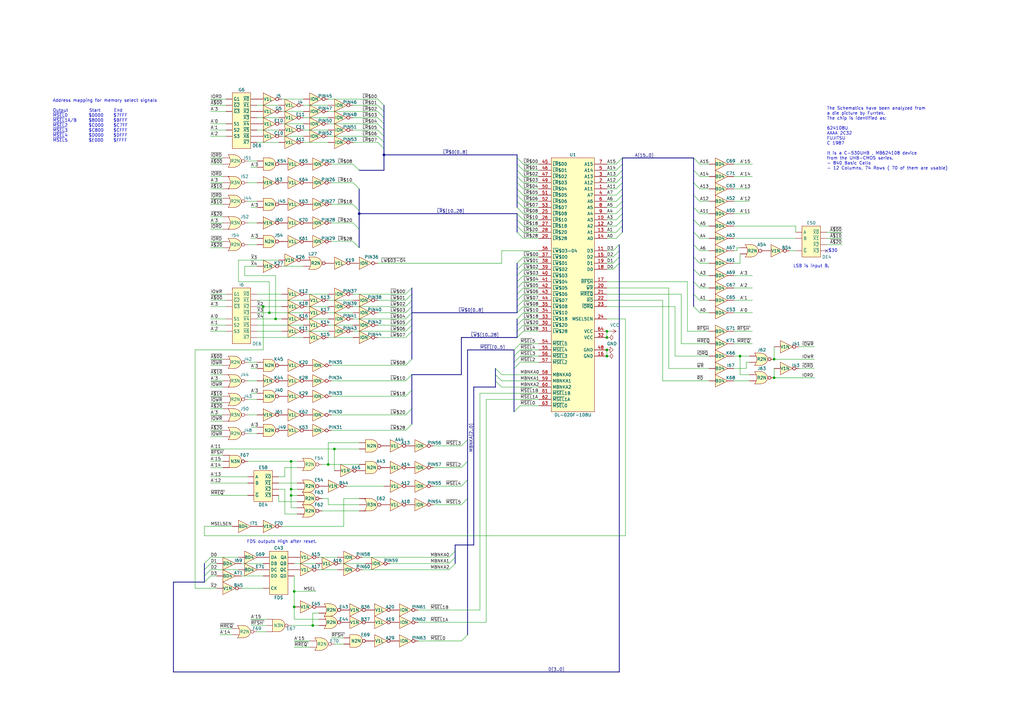
<source format=kicad_sch>
(kicad_sch (version 20231120) (generator "eeschema") (generator_version "8.0")
  (paper "A3")
  (title_block (title "Capcom DL-020F-108U") (date "2025-09-18") (company "Ulf Skutnabba, twitter: @skutis77"))
  (junction (at 317.5 154.94))
  (junction (at 248.92 143.51))
  (junction (at 128.27 256.54))
  (junction (at 303.53 146.05))
  (junction (at 120.65 248.92))
  (junction (at 120.65 242.57))
  (junction (at 119.38 200.66))
  (junction (at 248.92 138.43))
  (junction (at 248.92 146.05))
  (junction (at 119.38 203.2))
  (junction (at 110.49 128.27))
  (junction (at 137.16 184.15))
  (junction (at 119.38 189.23))
  (junction (at 107.95 125.73))
  (junction (at 248.92 135.89))
  (junction (at 157.48 63.5))
  (junction (at 113.03 130.81))
  (junction (at 147.32 87.63))
  (junction (at 317.5 147.32))
  (junction (at 134.62 190.5))
  (no_connect (at 339.09 102.87))
  (bus_entry (at 212.09 90.17) (size 2.54 2.54))
  (bus_entry (at 212.09 128.27) (size 2.54 -2.54))
  (bus_entry (at 212.09 69.85) (size 2.54 2.54))
  (bus_entry (at 252.73 74.93) (size 2.54 -2.54))
  (bus_entry (at 212.09 130.81) (size 2.54 -2.54))
  (bus_entry (at 154.94 45.72) (size 2.54 2.54))
  (bus_entry (at 284.48 120.65) (size 2.54 2.54))
  (bus_entry (at 212.09 110.49) (size 2.54 -2.54))
  (bus_entry (at 189.23 199.39) (size 2.54 -2.54))
  (bus_entry (at 212.09 92.71) (size 2.54 2.54))
  (bus_entry (at 144.78 99.06) (size 2.54 2.54))
  (bus_entry (at 284.48 110.49) (size 2.54 2.54))
  (bus_entry (at 284.48 115.57) (size 2.54 2.54))
  (bus_entry (at 212.09 67.31) (size 2.54 2.54))
  (bus_entry (at 252.73 92.71) (size 2.54 -2.54))
  (bus_entry (at 252.73 87.63) (size 2.54 -2.54))
  (bus_entry (at 252.73 90.17) (size 2.54 -2.54))
  (bus_entry (at 212.09 87.63) (size 2.54 2.54))
  (bus_entry (at 210.82 148.59) (size 2.54 -2.54))
  (bus_entry (at 284.48 100.33) (size 2.54 2.54))
  (bus_entry (at 166.37 125.73) (size 2.54 -2.54))
  (bus_entry (at 212.09 138.43) (size 2.54 -2.54))
  (bus_entry (at 212.09 125.73) (size 2.54 -2.54))
  (bus_entry (at 154.94 50.8) (size 2.54 2.54))
  (bus_entry (at 189.23 191.77) (size 2.54 -2.54))
  (bus_entry (at 252.73 95.25) (size 2.54 -2.54))
  (bus_entry (at 203.2 156.21) (size 2.54 2.54))
  (bus_entry (at 154.94 58.42) (size 2.54 2.54))
  (bus_entry (at 166.37 162.56) (size 2.54 -2.54))
  (bus_entry (at 166.37 130.81) (size 2.54 -2.54))
  (bus_entry (at 144.78 74.93) (size 2.54 2.54))
  (bus_entry (at 251.46 107.95) (size 2.54 -2.54))
  (bus_entry (at 154.94 48.26) (size 2.54 2.54))
  (bus_entry (at 212.09 95.25) (size 2.54 2.54))
  (bus_entry (at 203.2 153.67) (size 2.54 2.54))
  (bus_entry (at 212.09 120.65) (size 2.54 -2.54))
  (bus_entry (at 210.82 146.05) (size 2.54 -2.54))
  (bus_entry (at 166.37 149.86) (size 2.54 -2.54))
  (bus_entry (at 166.37 170.18) (size 2.54 -2.54))
  (bus_entry (at 212.09 135.89) (size 2.54 -2.54))
  (bus_entry (at 166.37 156.21) (size 2.54 -2.54))
  (bus_entry (at 184.15 233.68) (size 2.54 -2.54))
  (bus_entry (at 212.09 64.77) (size 2.54 2.54))
  (bus_entry (at 252.73 69.85) (size 2.54 -2.54))
  (bus_entry (at 83.82 231.14) (size 2.54 -2.54))
  (bus_entry (at 210.82 168.91) (size 2.54 -2.54))
  (bus_entry (at 154.94 55.88) (size 2.54 2.54))
  (bus_entry (at 284.48 85.09) (size 2.54 2.54))
  (bus_entry (at 166.37 128.27) (size 2.54 -2.54))
  (bus_entry (at 252.73 67.31) (size 2.54 -2.54))
  (bus_entry (at 212.09 107.95) (size 2.54 -2.54))
  (bus_entry (at 154.94 53.34) (size 2.54 2.54))
  (bus_entry (at 189.23 207.01) (size 2.54 -2.54))
  (bus_entry (at 144.78 91.44) (size 2.54 2.54))
  (bus_entry (at 251.46 110.49) (size 2.54 -2.54))
  (bus_entry (at 284.48 64.77) (size 2.54 2.54))
  (bus_entry (at 251.46 102.87) (size 2.54 -2.54))
  (bus_entry (at 212.09 115.57) (size 2.54 -2.54))
  (bus_entry (at 144.78 83.82) (size 2.54 2.54))
  (bus_entry (at 210.82 151.13) (size 2.54 -2.54))
  (bus_entry (at 189.23 182.88) (size 2.54 -2.54))
  (bus_entry (at 83.82 238.76) (size 2.54 -2.54))
  (bus_entry (at 154.94 40.64) (size 2.54 2.54))
  (bus_entry (at 210.82 143.51) (size 2.54 -2.54))
  (bus_entry (at 284.48 95.25) (size 2.54 2.54))
  (bus_entry (at 83.82 236.22) (size 2.54 -2.54))
  (bus_entry (at 252.73 82.55) (size 2.54 -2.54))
  (bus_entry (at 212.09 77.47) (size 2.54 2.54))
  (bus_entry (at 212.09 82.55) (size 2.54 2.54))
  (bus_entry (at 212.09 85.09) (size 2.54 2.54))
  (bus_entry (at 284.48 125.73) (size 2.54 2.54))
  (bus_entry (at 212.09 133.35) (size 2.54 -2.54))
  (bus_entry (at 144.78 67.31) (size 2.54 2.54))
  (bus_entry (at 166.37 123.19) (size 2.54 -2.54))
  (bus_entry (at 284.48 105.41) (size 2.54 2.54))
  (bus_entry (at 252.73 85.09) (size 2.54 -2.54))
  (bus_entry (at 252.73 77.47) (size 2.54 -2.54))
  (bus_entry (at 252.73 80.01) (size 2.54 -2.54))
  (bus_entry (at 284.48 74.93) (size 2.54 2.54))
  (bus_entry (at 184.15 231.14) (size 2.54 -2.54))
  (bus_entry (at 284.48 90.17) (size 2.54 2.54))
  (bus_entry (at 166.37 176.53) (size 2.54 -2.54))
  (bus_entry (at 189.23 262.89) (size 2.54 -2.54))
  (bus_entry (at 166.37 135.89) (size 2.54 -2.54))
  (bus_entry (at 203.2 151.13) (size 2.54 2.54))
  (bus_entry (at 212.09 113.03) (size 2.54 -2.54))
  (bus_entry (at 166.37 133.35) (size 2.54 -2.54))
  (bus_entry (at 166.37 138.43) (size 2.54 -2.54))
  (bus_entry (at 284.48 80.01) (size 2.54 2.54))
  (bus_entry (at 83.82 233.68) (size 2.54 -2.54))
  (bus_entry (at 166.37 120.65) (size 2.54 -2.54))
  (bus_entry (at 252.73 72.39) (size 2.54 -2.54))
  (bus_entry (at 212.09 72.39) (size 2.54 2.54))
  (bus_entry (at 154.94 43.18) (size 2.54 2.54))
  (bus_entry (at 212.09 118.11) (size 2.54 -2.54))
  (bus_entry (at 251.46 105.41) (size 2.54 -2.54))
  (bus_entry (at 212.09 80.01) (size 2.54 2.54))
  (bus_entry (at 252.73 97.79) (size 2.54 -2.54))
  (bus_entry (at 212.09 123.19) (size 2.54 -2.54))
  (bus_entry (at 184.15 228.6) (size 2.54 -2.54))
  (bus_entry (at 212.09 74.93) (size 2.54 2.54))
  (bus_entry (at 284.48 69.85) (size 2.54 2.54))
  (wire (pts (xy 110.49 115.57) (xy 97.79 115.57)))
  (wire (pts (xy 105.41 58.42) (xy 114.3 58.42)))
  (wire (pts (xy 148.59 233.68) (xy 184.15 233.68)))
  (wire (pts (xy 177.8 182.88) (xy 189.23 182.88)))
  (wire (pts (xy 124.46 109.22) (xy 115.57 109.22)))
  (wire (pts (xy 105.41 170.18) (xy 101.6 170.18)))
  (wire (pts (xy 113.03 130.81) (xy 115.57 130.81)))
  (wire (pts (xy 86.36 53.34) (xy 92.71 53.34)))
  (wire (pts (xy 102.87 161.29) (xy 105.41 161.29)))
  (wire (pts (xy 144.78 133.35) (xy 134.62 133.35)))
  (wire (pts (xy 86.36 43.18) (xy 92.71 43.18)))
  (bus (pts (xy 255.27 90.17) (xy 255.27 92.71)))
  (wire (pts (xy 214.63 123.19) (xy 220.98 123.19)))
  (wire (pts (xy 287.02 118.11) (xy 290.83 118.11)))
  (wire (pts (xy 287.02 97.79) (xy 290.83 97.79)))
  (bus (pts (xy 168.91 160.02) (xy 168.91 167.64)))
  (wire (pts (xy 83.82 215.9) (xy 95.25 215.9)))
  (wire (pts (xy 102.87 97.79) (xy 105.41 97.79)))
  (wire (pts (xy 279.4 140.97) (xy 290.83 140.97)))
  (wire (pts (xy 113.03 130.81) (xy 113.03 113.03)))
  (bus (pts (xy 212.09 110.49) (xy 212.09 113.03)))
  (wire (pts (xy 281.94 135.89) (xy 290.83 135.89)))
  (bus (pts (xy 212.09 80.01) (xy 212.09 77.47)))
  (wire (pts (xy 214.63 82.55) (xy 220.98 82.55)))
  (wire (pts (xy 339.09 97.79) (xy 345.44 97.79)))
  (wire (pts (xy 110.49 128.27) (xy 110.49 115.57)))
  (wire (pts (xy 300.99 156.21) (xy 307.34 156.21)))
  (wire (pts (xy 113.03 113.03) (xy 100.33 113.03)))
  (wire (pts (xy 102.87 175.26) (xy 105.41 175.26)))
  (wire (pts (xy 86.36 165.1) (xy 91.44 165.1)))
  (wire (pts (xy 116.84 195.58) (xy 114.3 195.58)))
  (wire (pts (xy 196.85 161.29) (xy 196.85 250.19)))
  (bus (pts (xy 212.09 115.57) (xy 212.09 118.11)))
  (wire (pts (xy 214.63 135.89) (xy 220.98 135.89)))
  (wire (pts (xy 115.57 50.8) (xy 124.46 50.8)))
  (bus (pts (xy 157.48 63.5) (xy 212.09 63.5)))
  (wire (pts (xy 105.41 48.26) (xy 114.3 48.26)))
  (wire (pts (xy 125.73 130.81) (xy 134.62 130.81)))
  (bus (pts (xy 168.91 153.67) (xy 189.23 153.67)))
  (bus (pts (xy 284.48 105.41) (xy 284.48 100.33)))
  (wire (pts (xy 101.6 82.55) (xy 105.41 82.55)))
  (wire (pts (xy 86.36 55.88) (xy 92.71 55.88)))
  (wire (pts (xy 107.95 125.73) (xy 115.57 125.73)))
  (wire (pts (xy 144.78 128.27) (xy 134.62 128.27)))
  (wire (pts (xy 86.36 50.8) (xy 92.71 50.8)))
  (wire (pts (xy 287.02 82.55) (xy 290.83 82.55)))
  (wire (pts (xy 177.8 199.39) (xy 189.23 199.39)))
  (wire (pts (xy 303.53 146.05) (xy 307.34 146.05)))
  (wire (pts (xy 119.38 203.2) (xy 121.92 203.2)))
  (wire (pts (xy 101.6 163.83) (xy 105.41 163.83)))
  (wire (pts (xy 248.92 138.43) (xy 248.92 135.89)))
  (bus (pts (xy 157.48 63.5) (xy 157.48 60.96)))
  (wire (pts (xy 86.36 91.44) (xy 91.44 91.44)))
  (wire (pts (xy 105.41 74.93) (xy 101.6 74.93)))
  (wire (pts (xy 110.49 128.27) (xy 124.46 128.27)))
  (bus (pts (xy 168.91 125.73) (xy 168.91 128.27)))
  (wire (pts (xy 132.08 190.5) (xy 134.62 190.5)))
  (bus (pts (xy 284.48 95.25) (xy 284.48 90.17)))
  (bus (pts (xy 254 102.87) (xy 254 105.41)))
  (wire (pts (xy 248.92 69.85) (xy 252.73 69.85)))
  (bus (pts (xy 212.09 113.03) (xy 212.09 115.57)))
  (wire (pts (xy 300.99 151.13) (xy 306.07 151.13)))
  (wire (pts (xy 248.92 118.11) (xy 274.32 118.11)))
  (wire (pts (xy 205.74 156.21) (xy 220.98 156.21)))
  (bus (pts (xy 186.69 226.06) (xy 186.69 228.6)))
  (wire (pts (xy 86.36 186.69) (xy 91.44 186.69)))
  (bus (pts (xy 210.82 143.51) (xy 191.77 143.51)))
  (bus (pts (xy 212.09 67.31) (xy 212.09 64.77)))
  (wire (pts (xy 137.16 184.15) (xy 137.16 193.04)))
  (wire (pts (xy 86.36 83.82) (xy 91.44 83.82)))
  (wire (pts (xy 86.36 233.68) (xy 97.79 233.68)))
  (wire (pts (xy 135.89 176.53) (xy 166.37 176.53)))
  (bus (pts (xy 212.09 120.65) (xy 212.09 123.19)))
  (wire (pts (xy 139.7 231.14) (xy 149.86 231.14)))
  (wire (pts (xy 101.6 156.21) (xy 105.41 156.21)))
  (bus (pts (xy 168.91 128.27) (xy 212.09 128.27)))
  (bus (pts (xy 186.69 223.52) (xy 186.69 226.06)))
  (bus (pts (xy 254 105.41) (xy 254 107.95)))
  (wire (pts (xy 86.36 120.65) (xy 92.71 120.65)))
  (wire (pts (xy 214.63 69.85) (xy 220.98 69.85)))
  (wire (pts (xy 317.5 151.13) (xy 317.5 154.94)))
  (wire (pts (xy 214.63 85.09) (xy 220.98 85.09)))
  (wire (pts (xy 134.62 207.01) (xy 147.32 207.01)))
  (wire (pts (xy 300.99 87.63) (xy 307.34 87.63)))
  (wire (pts (xy 135.89 261.62) (xy 140.97 261.62)))
  (wire (pts (xy 86.36 149.86) (xy 91.44 149.86)))
  (wire (pts (xy 214.63 97.79) (xy 220.98 97.79)))
  (bus (pts (xy 83.82 233.68) (xy 83.82 236.22)))
  (wire (pts (xy 256.54 130.81) (xy 256.54 219.71)))
  (wire (pts (xy 120.65 242.57) (xy 120.65 248.92)))
  (bus (pts (xy 212.09 135.89) (xy 212.09 138.43)))
  (wire (pts (xy 147.32 204.47) (xy 140.97 204.47)))
  (wire (pts (xy 86.36 67.31) (xy 91.44 67.31)))
  (wire (pts (xy 115.57 215.9) (xy 140.97 215.9)))
  (bus (pts (xy 168.91 128.27) (xy 168.91 130.81)))
  (wire (pts (xy 300.99 82.55) (xy 307.34 82.55)))
  (wire (pts (xy 102.87 68.58) (xy 105.41 68.58)))
  (bus (pts (xy 255.27 67.31) (xy 255.27 69.85)))
  (wire (pts (xy 248.92 110.49) (xy 251.46 110.49)))
  (wire (pts (xy 199.39 163.83) (xy 220.98 163.83)))
  (wire (pts (xy 86.36 153.67) (xy 91.44 153.67)))
  (bus (pts (xy 212.09 74.93) (xy 212.09 72.39)))
  (wire (pts (xy 214.63 110.49) (xy 220.98 110.49)))
  (bus (pts (xy 168.91 123.19) (xy 168.91 125.73)))
  (bus (pts (xy 168.91 167.64) (xy 168.91 173.99)))
  (wire (pts (xy 86.36 203.2) (xy 101.6 203.2)))
  (wire (pts (xy 134.62 50.8) (xy 154.94 50.8)))
  (bus (pts (xy 212.09 123.19) (xy 212.09 125.73)))
  (wire (pts (xy 130.81 254) (xy 120.65 254)))
  (wire (pts (xy 121.92 210.82) (xy 116.84 210.82)))
  (wire (pts (xy 86.36 191.77) (xy 91.44 191.77)))
  (wire (pts (xy 134.62 181.61) (xy 147.32 181.61)))
  (bus (pts (xy 212.09 95.25) (xy 212.09 92.71)))
  (wire (pts (xy 105.41 125.73) (xy 107.95 125.73)))
  (wire (pts (xy 124.46 43.18) (xy 134.62 43.18)))
  (wire (pts (xy 86.36 93.98) (xy 91.44 93.98)))
  (wire (pts (xy 287.02 102.87) (xy 290.83 102.87)))
  (wire (pts (xy 248.92 67.31) (xy 252.73 67.31)))
  (wire (pts (xy 134.62 45.72) (xy 154.94 45.72)))
  (wire (pts (xy 86.36 72.39) (xy 91.44 72.39)))
  (wire (pts (xy 300.99 135.89) (xy 308.61 135.89)))
  (wire (pts (xy 128.27 251.46) (xy 128.27 256.54)))
  (wire (pts (xy 303.53 153.67) (xy 303.53 146.05)))
  (wire (pts (xy 130.81 251.46) (xy 128.27 251.46)))
  (bus (pts (xy 157.48 45.72) (xy 157.48 48.26)))
  (wire (pts (xy 205.74 102.87) (xy 205.74 107.95)))
  (wire (pts (xy 300.99 140.97) (xy 308.61 140.97)))
  (wire (pts (xy 214.63 72.39) (xy 220.98 72.39)))
  (bus (pts (xy 212.09 107.95) (xy 212.09 110.49)))
  (wire (pts (xy 90.17 257.81) (xy 95.25 257.81)))
  (wire (pts (xy 323.85 102.87) (xy 326.39 102.87)))
  (wire (pts (xy 214.63 80.01) (xy 220.98 80.01)))
  (wire (pts (xy 97.79 115.57) (xy 97.79 106.68)))
  (wire (pts (xy 99.06 241.3) (xy 107.95 241.3)))
  (wire (pts (xy 124.46 53.34) (xy 134.62 53.34)))
  (wire (pts (xy 86.36 195.58) (xy 101.6 195.58)))
  (wire (pts (xy 144.78 48.26) (xy 154.94 48.26)))
  (wire (pts (xy 199.39 163.83) (xy 199.39 255.27)))
  (bus (pts (xy 284.48 85.09) (xy 284.48 80.01)))
  (bus (pts (xy 147.32 101.6) (xy 147.32 93.98)))
  (wire (pts (xy 135.89 149.86) (xy 166.37 149.86)))
  (wire (pts (xy 135.89 156.21) (xy 166.37 156.21)))
  (bus (pts (xy 255.27 82.55) (xy 255.27 85.09)))
  (wire (pts (xy 339.09 95.25) (xy 345.44 95.25)))
  (wire (pts (xy 276.86 125.73) (xy 276.86 146.05)))
  (bus (pts (xy 191.77 143.51) (xy 191.77 180.34)))
  (wire (pts (xy 287.02 87.63) (xy 290.83 87.63)))
  (wire (pts (xy 213.36 166.37) (xy 220.98 166.37)))
  (wire (pts (xy 86.36 74.93) (xy 91.44 74.93)))
  (wire (pts (xy 86.36 99.06) (xy 91.44 99.06)))
  (wire (pts (xy 300.99 113.03) (xy 308.61 113.03)))
  (wire (pts (xy 248.92 135.89) (xy 250.19 135.89)))
  (wire (pts (xy 86.36 64.77) (xy 91.44 64.77)))
  (wire (pts (xy 105.41 259.08) (xy 109.22 259.08)))
  (bus (pts (xy 212.09 90.17) (xy 212.09 87.63)))
  (wire (pts (xy 124.46 48.26) (xy 134.62 48.26)))
  (wire (pts (xy 120.65 262.89) (xy 127 262.89)))
  (wire (pts (xy 86.36 158.75) (xy 91.44 158.75)))
  (wire (pts (xy 248.92 123.19) (xy 271.78 123.19)))
  (bus (pts (xy 157.48 48.26) (xy 157.48 50.8)))
  (wire (pts (xy 214.63 92.71) (xy 220.98 92.71)))
  (bus (pts (xy 255.27 80.01) (xy 255.27 82.55)))
  (bus (pts (xy 83.82 231.14) (xy 83.82 233.68)))
  (wire (pts (xy 105.41 130.81) (xy 113.03 130.81)))
  (wire (pts (xy 134.62 55.88) (xy 154.94 55.88)))
  (wire (pts (xy 248.92 87.63) (xy 252.73 87.63)))
  (wire (pts (xy 120.65 242.57) (xy 129.54 242.57)))
  (wire (pts (xy 287.02 107.95) (xy 290.83 107.95)))
  (wire (pts (xy 214.63 125.73) (xy 220.98 125.73)))
  (wire (pts (xy 287.02 128.27) (xy 290.83 128.27)))
  (wire (pts (xy 86.36 176.53) (xy 91.44 176.53)))
  (bus (pts (xy 284.48 64.77) (xy 255.27 64.77)))
  (bus (pts (xy 284.48 80.01) (xy 284.48 74.93)))
  (wire (pts (xy 124.46 58.42) (xy 134.62 58.42)))
  (wire (pts (xy 271.78 156.21) (xy 290.83 156.21)))
  (wire (pts (xy 144.78 58.42) (xy 154.94 58.42)))
  (wire (pts (xy 214.63 77.47) (xy 220.98 77.47)))
  (wire (pts (xy 134.62 204.47) (xy 134.62 207.01)))
  (bus (pts (xy 157.48 43.18) (xy 157.48 45.72)))
  (wire (pts (xy 120.65 265.43) (xy 127 265.43)))
  (wire (pts (xy 114.3 200.66) (xy 116.84 200.66)))
  (bus (pts (xy 284.48 74.93) (xy 284.48 69.85)))
  (wire (pts (xy 248.92 115.57) (xy 281.94 115.57)))
  (wire (pts (xy 86.36 184.15) (xy 137.16 184.15)))
  (wire (pts (xy 196.85 161.29) (xy 220.98 161.29)))
  (bus (pts (xy 212.09 82.55) (xy 212.09 80.01)))
  (wire (pts (xy 119.38 189.23) (xy 119.38 200.66)))
  (wire (pts (xy 276.86 146.05) (xy 290.83 146.05)))
  (wire (pts (xy 144.78 138.43) (xy 134.62 138.43)))
  (wire (pts (xy 86.36 147.32) (xy 91.44 147.32)))
  (wire (pts (xy 86.36 133.35) (xy 92.71 133.35)))
  (wire (pts (xy 130.81 228.6) (xy 138.43 228.6)))
  (wire (pts (xy 214.63 133.35) (xy 220.98 133.35)))
  (bus (pts (xy 191.77 204.47) (xy 191.77 260.35)))
  (wire (pts (xy 119.38 200.66) (xy 119.38 203.2)))
  (bus (pts (xy 147.32 69.85) (xy 157.48 69.85)))
  (wire (pts (xy 86.36 179.07) (xy 91.44 179.07)))
  (wire (pts (xy 105.41 133.35) (xy 124.46 133.35)))
  (wire (pts (xy 86.36 228.6) (xy 97.79 228.6)))
  (bus (pts (xy 255.27 72.39) (xy 255.27 74.93)))
  (wire (pts (xy 144.78 123.19) (xy 134.62 123.19)))
  (wire (pts (xy 214.63 105.41) (xy 220.98 105.41)))
  (bus (pts (xy 157.48 69.85) (xy 157.48 63.5)))
  (wire (pts (xy 144.78 53.34) (xy 154.94 53.34)))
  (wire (pts (xy 302.26 102.87) (xy 302.26 101.6)))
  (wire (pts (xy 137.16 184.15) (xy 147.32 184.15)))
  (bus (pts (xy 212.09 72.39) (xy 212.09 69.85)))
  (bus (pts (xy 212.09 64.77) (xy 212.09 63.5)))
  (wire (pts (xy 132.08 204.47) (xy 134.62 204.47)))
  (wire (pts (xy 213.36 148.59) (xy 220.98 148.59)))
  (wire (pts (xy 116.84 191.77) (xy 116.84 195.58)))
  (bus (pts (xy 255.27 64.77) (xy 255.27 67.31)))
  (wire (pts (xy 248.92 90.17) (xy 252.73 90.17)))
  (wire (pts (xy 157.48 199.39) (xy 142.24 199.39)))
  (wire (pts (xy 135.89 170.18) (xy 166.37 170.18)))
  (bus (pts (xy 284.48 110.49) (xy 284.48 105.41)))
  (wire (pts (xy 154.94 123.19) (xy 166.37 123.19)))
  (wire (pts (xy 86.36 77.47) (xy 91.44 77.47)))
  (wire (pts (xy 101.6 148.59) (xy 105.41 148.59)))
  (wire (pts (xy 214.63 87.63) (xy 220.98 87.63)))
  (wire (pts (xy 171.45 250.19) (xy 196.85 250.19)))
  (wire (pts (xy 300.99 107.95) (xy 303.53 107.95)))
  (bus (pts (xy 255.27 85.09) (xy 255.27 87.63)))
  (bus (pts (xy 212.09 92.71) (xy 212.09 90.17)))
  (bus (pts (xy 284.48 100.33) (xy 284.48 95.25)))
  (wire (pts (xy 144.78 135.89) (xy 166.37 135.89)))
  (bus (pts (xy 203.2 153.67) (xy 203.2 156.21)))
  (bus (pts (xy 147.32 93.98) (xy 147.32 87.63)))
  (wire (pts (xy 248.92 74.93) (xy 252.73 74.93)))
  (wire (pts (xy 248.92 107.95) (xy 251.46 107.95)))
  (bus (pts (xy 254 100.33) (xy 254 102.87)))
  (wire (pts (xy 100.33 113.03) (xy 100.33 109.22)))
  (wire (pts (xy 300.99 72.39) (xy 308.61 72.39)))
  (bus (pts (xy 254 275.59) (xy 71.12 275.59)))
  (wire (pts (xy 80.01 241.3) (xy 88.9 241.3)))
  (bus (pts (xy 212.09 69.85) (xy 212.09 67.31)))
  (wire (pts (xy 213.36 146.05) (xy 220.98 146.05)))
  (wire (pts (xy 90.17 260.35) (xy 95.25 260.35)))
  (wire (pts (xy 317.5 154.94) (xy 334.01 154.94)))
  (wire (pts (xy 119.38 200.66) (xy 121.92 200.66)))
  (wire (pts (xy 327.66 151.13) (xy 334.01 151.13)))
  (bus (pts (xy 186.69 228.6) (xy 186.69 231.14)))
  (wire (pts (xy 119.38 208.28) (xy 121.92 208.28)))
  (bus (pts (xy 83.82 238.76) (xy 71.12 238.76)))
  (wire (pts (xy 105.41 128.27) (xy 110.49 128.27)))
  (bus (pts (xy 203.2 158.75) (xy 194.31 158.75)))
  (bus (pts (xy 186.69 223.52) (xy 194.31 223.52)))
  (wire (pts (xy 205.74 153.67) (xy 220.98 153.67)))
  (bus (pts (xy 168.91 120.65) (xy 168.91 123.19)))
  (bus (pts (xy 168.91 118.11) (xy 168.91 120.65)))
  (wire (pts (xy 326.39 92.71) (xy 326.39 95.25)))
  (wire (pts (xy 213.36 140.97) (xy 220.98 140.97)))
  (wire (pts (xy 248.92 143.51) (xy 248.92 146.05)))
  (wire (pts (xy 86.36 123.19) (xy 92.71 123.19)))
  (wire (pts (xy 317.5 142.24) (xy 317.5 147.32)))
  (wire (pts (xy 144.78 125.73) (xy 166.37 125.73)))
  (wire (pts (xy 279.4 120.65) (xy 279.4 140.97)))
  (bus (pts (xy 210.82 146.05) (xy 210.82 148.59)))
  (wire (pts (xy 248.92 130.81) (xy 256.54 130.81)))
  (wire (pts (xy 248.92 105.41) (xy 251.46 105.41)))
  (wire (pts (xy 327.66 142.24) (xy 334.01 142.24)))
  (wire (pts (xy 306.07 151.13) (xy 306.07 148.59)))
  (bus (pts (xy 147.32 86.36) (xy 147.32 77.47)))
  (wire (pts (xy 214.63 113.03) (xy 220.98 113.03)))
  (wire (pts (xy 135.89 162.56) (xy 166.37 162.56)))
  (bus (pts (xy 284.48 120.65) (xy 284.48 115.57)))
  (bus (pts (xy 157.48 50.8) (xy 157.48 53.34)))
  (wire (pts (xy 214.63 120.65) (xy 220.98 120.65)))
  (wire (pts (xy 248.92 72.39) (xy 252.73 72.39)))
  (wire (pts (xy 105.41 135.89) (xy 115.57 135.89)))
  (bus (pts (xy 203.2 156.21) (xy 203.2 158.75)))
  (wire (pts (xy 274.32 151.13) (xy 290.83 151.13)))
  (bus (pts (xy 168.91 135.89) (xy 168.91 147.32)))
  (bus (pts (xy 194.31 158.75) (xy 194.31 223.52)))
  (wire (pts (xy 248.92 82.55) (xy 252.73 82.55)))
  (wire (pts (xy 306.07 148.59) (xy 307.34 148.59)))
  (wire (pts (xy 101.6 66.04) (xy 105.41 66.04)))
  (wire (pts (xy 214.63 90.17) (xy 220.98 90.17)))
  (wire (pts (xy 134.62 190.5) (xy 134.62 181.61)))
  (bus (pts (xy 83.82 236.22) (xy 83.82 238.76)))
  (wire (pts (xy 171.45 262.89) (xy 189.23 262.89)))
  (wire (pts (xy 105.41 53.34) (xy 114.3 53.34)))
  (wire (pts (xy 214.63 115.57) (xy 220.98 115.57)))
  (bus (pts (xy 210.82 143.51) (xy 210.82 146.05)))
  (wire (pts (xy 119.38 203.2) (xy 119.38 208.28)))
  (wire (pts (xy 134.62 120.65) (xy 125.73 120.65)))
  (wire (pts (xy 86.36 236.22) (xy 88.9 236.22)))
  (bus (pts (xy 255.27 69.85) (xy 255.27 72.39)))
  (wire (pts (xy 135.89 67.31) (xy 144.78 67.31)))
  (wire (pts (xy 300.99 128.27) (xy 308.61 128.27)))
  (wire (pts (xy 115.57 45.72) (xy 124.46 45.72)))
  (bus (pts (xy 255.27 87.63) (xy 255.27 90.17)))
  (wire (pts (xy 86.36 198.12) (xy 101.6 198.12)))
  (wire (pts (xy 86.36 170.18) (xy 91.44 170.18)))
  (wire (pts (xy 86.36 130.81) (xy 92.71 130.81)))
  (wire (pts (xy 300.99 97.79) (xy 326.39 97.79)))
  (wire (pts (xy 86.36 162.56) (xy 91.44 162.56)))
  (bus (pts (xy 284.48 125.73) (xy 284.48 120.65)))
  (wire (pts (xy 214.63 74.93) (xy 220.98 74.93)))
  (wire (pts (xy 248.92 120.65) (xy 279.4 120.65)))
  (wire (pts (xy 214.63 107.95) (xy 220.98 107.95)))
  (wire (pts (xy 300.99 123.19) (xy 308.61 123.19)))
  (wire (pts (xy 144.78 43.18) (xy 154.94 43.18)))
  (wire (pts (xy 177.8 207.01) (xy 189.23 207.01)))
  (bus (pts (xy 147.32 87.63) (xy 147.32 86.36)))
  (wire (pts (xy 120.65 231.14) (xy 129.54 231.14)))
  (bus (pts (xy 212.09 125.73) (xy 212.09 128.27)))
  (wire (pts (xy 317.5 147.32) (xy 334.01 147.32)))
  (wire (pts (xy 99.06 236.22) (xy 107.95 236.22)))
  (wire (pts (xy 80.01 143.51) (xy 107.95 143.51)))
  (wire (pts (xy 134.62 40.64) (xy 154.94 40.64)))
  (bus (pts (xy 284.48 90.17) (xy 284.48 85.09)))
  (wire (pts (xy 300.99 77.47) (xy 307.34 77.47)))
  (wire (pts (xy 86.36 101.6) (xy 91.44 101.6)))
  (wire (pts (xy 135.89 83.82) (xy 144.78 83.82)))
  (wire (pts (xy 300.99 67.31) (xy 308.61 67.31)))
  (wire (pts (xy 105.41 43.18) (xy 114.3 43.18)))
  (wire (pts (xy 101.6 100.33) (xy 105.41 100.33)))
  (wire (pts (xy 144.78 120.65) (xy 166.37 120.65)))
  (wire (pts (xy 134.62 125.73) (xy 125.73 125.73)))
  (wire (pts (xy 101.6 189.23) (xy 119.38 189.23)))
  (wire (pts (xy 135.89 99.06) (xy 144.78 99.06)))
  (wire (pts (xy 86.36 81.28) (xy 91.44 81.28)))
  (wire (pts (xy 99.06 231.14) (xy 107.95 231.14)))
  (wire (pts (xy 214.63 130.81) (xy 220.98 130.81)))
  (wire (pts (xy 86.36 172.72) (xy 91.44 172.72)))
  (wire (pts (xy 120.65 236.22) (xy 120.65 242.57)))
  (bus (pts (xy 255.27 74.93) (xy 255.27 77.47)))
  (wire (pts (xy 248.92 102.87) (xy 251.46 102.87)))
  (bus (pts (xy 157.48 58.42) (xy 157.48 60.96)))
  (wire (pts (xy 114.3 198.12) (xy 121.92 198.12)))
  (bus (pts (xy 254 107.95) (xy 254 275.59)))
  (bus (pts (xy 191.77 189.23) (xy 191.77 196.85)))
  (wire (pts (xy 101.6 177.8) (xy 105.41 177.8)))
  (bus (pts (xy 255.27 77.47) (xy 255.27 80.01)))
  (bus (pts (xy 284.48 69.85) (xy 284.48 64.77)))
  (wire (pts (xy 154.94 107.95) (xy 205.74 107.95)))
  (bus (pts (xy 255.27 92.71) (xy 255.27 95.25)))
  (wire (pts (xy 248.92 77.47) (xy 252.73 77.47)))
  (bus (pts (xy 71.12 238.76) (xy 71.12 275.59)))
  (wire (pts (xy 86.36 40.64) (xy 92.71 40.64)))
  (wire (pts (xy 115.57 55.88) (xy 124.46 55.88)))
  (wire (pts (xy 177.8 191.77) (xy 189.23 191.77)))
  (wire (pts (xy 287.02 72.39) (xy 290.83 72.39)))
  (wire (pts (xy 105.41 138.43) (xy 124.46 138.43)))
  (wire (pts (xy 339.09 100.33) (xy 345.44 100.33)))
  (wire (pts (xy 300.99 92.71) (xy 326.39 92.71)))
  (wire (pts (xy 144.78 130.81) (xy 166.37 130.81)))
  (bus (pts (xy 191.77 196.85) (xy 191.77 204.47)))
  (wire (pts (xy 214.63 128.27) (xy 220.98 128.27)))
  (bus (pts (xy 191.77 180.34) (xy 191.77 189.23)))
  (wire (pts (xy 214.63 95.25) (xy 220.98 95.25)))
  (wire (pts (xy 213.36 143.51) (xy 220.98 143.51)))
  (bus (pts (xy 147.32 87.63) (xy 212.09 87.63)))
  (bus (pts (xy 212.09 133.35) (xy 212.09 135.89)))
  (bus (pts (xy 212.09 130.81) (xy 212.09 133.35)))
  (wire (pts (xy 300.99 118.11) (xy 308.61 118.11)))
  (bus (pts (xy 157.48 55.88) (xy 157.48 58.42)))
  (bus (pts (xy 212.09 118.11) (xy 212.09 120.65)))
  (wire (pts (xy 256.54 219.71) (xy 83.82 219.71)))
  (wire (pts (xy 102.87 85.09) (xy 105.41 85.09)))
  (wire (pts (xy 114.3 205.74) (xy 114.3 203.2)))
  (wire (pts (xy 100.33 109.22) (xy 105.41 109.22)))
  (wire (pts (xy 287.02 77.47) (xy 290.83 77.47)))
  (wire (pts (xy 287.02 113.03) (xy 290.83 113.03)))
  (wire (pts (xy 119.38 189.23) (xy 121.92 189.23)))
  (wire (pts (xy 86.36 135.89) (xy 92.71 135.89)))
  (bus (pts (xy 212.09 82.55) (xy 212.09 85.09)))
  (wire (pts (xy 80.01 143.51) (xy 80.01 241.3)))
  (wire (pts (xy 154.94 133.35) (xy 166.37 133.35)))
  (wire (pts (xy 83.82 219.71) (xy 83.82 215.9)))
  (wire (pts (xy 115.57 120.65) (xy 105.41 120.65)))
  (wire (pts (xy 248.92 85.09) (xy 252.73 85.09)))
  (wire (pts (xy 287.02 123.19) (xy 290.83 123.19)))
  (wire (pts (xy 205.74 158.75) (xy 220.98 158.75)))
  (wire (pts (xy 128.27 256.54) (xy 130.81 256.54)))
  (wire (pts (xy 307.34 153.67) (xy 303.53 153.67)))
  (wire (pts (xy 121.92 205.74) (xy 114.3 205.74)))
  (bus (pts (xy 210.82 148.59) (xy 210.82 151.13)))
  (wire (pts (xy 130.81 233.68) (xy 138.43 233.68)))
  (bus (pts (xy 212.09 77.47) (xy 212.09 74.93)))
  (wire (pts (xy 300.99 102.87) (xy 302.26 102.87)))
  (wire (pts (xy 115.57 40.64) (xy 124.46 40.64)))
  (bus (pts (xy 168.91 130.81) (xy 168.91 133.35)))
  (wire (pts (xy 171.45 255.27) (xy 199.39 255.27)))
  (wire (pts (xy 116.84 210.82) (xy 116.84 200.66)))
  (wire (pts (xy 102.87 256.54) (xy 109.22 256.54)))
  (wire (pts (xy 86.36 231.14) (xy 88.9 231.14)))
  (bus (pts (xy 189.23 153.67) (xy 189.23 138.43)))
  (wire (pts (xy 281.94 115.57) (xy 281.94 135.89)))
  (bus (pts (xy 284.48 115.57) (xy 284.48 110.49)))
  (wire (pts (xy 148.59 228.6) (xy 184.15 228.6)))
  (bus (pts (xy 157.48 53.34) (xy 157.48 55.88)))
  (wire (pts (xy 248.92 95.25) (xy 252.73 95.25)))
  (bus (pts (xy 189.23 138.43) (xy 212.09 138.43)))
  (wire (pts (xy 214.63 67.31) (xy 220.98 67.31)))
  (wire (pts (xy 160.02 231.14) (xy 184.15 231.14)))
  (wire (pts (xy 86.36 156.21) (xy 91.44 156.21)))
  (wire (pts (xy 248.92 80.01) (xy 252.73 80.01)))
  (wire (pts (xy 119.38 256.54) (xy 128.27 256.54)))
  (wire (pts (xy 287.02 67.31) (xy 290.83 67.31)))
  (wire (pts (xy 274.32 118.11) (xy 274.32 151.13)))
  (wire (pts (xy 102.87 151.13) (xy 105.41 151.13)))
  (wire (pts (xy 135.89 91.44) (xy 144.78 91.44)))
  (bus (pts (xy 210.82 151.13) (xy 210.82 168.91)))
  (wire (pts (xy 271.78 123.19) (xy 271.78 156.21)))
  (wire (pts (xy 140.97 204.47) (xy 140.97 215.9)))
  (wire (pts (xy 214.63 118.11) (xy 220.98 118.11)))
  (wire (pts (xy 116.84 191.77) (xy 121.92 191.77)))
  (wire (pts (xy 107.95 125.73) (xy 107.95 143.51)))
  (wire (pts (xy 303.53 107.95) (xy 303.53 104.14)))
  (wire (pts (xy 154.94 138.43) (xy 166.37 138.43)))
  (wire (pts (xy 86.36 45.72) (xy 92.71 45.72)))
  (wire (pts (xy 86.36 189.23) (xy 91.44 189.23)))
  (wire (pts (xy 101.6 91.44) (xy 105.41 91.44)))
  (wire (pts (xy 86.36 88.9) (xy 91.44 88.9)))
  (wire (pts (xy 287.02 92.71) (xy 290.83 92.71)))
  (wire (pts (xy 102.87 254) (xy 109.22 254)))
  (wire (pts (xy 248.92 125.73) (xy 276.86 125.73)))
  (wire (pts (xy 125.73 135.89) (xy 134.62 135.89)))
  (wire (pts (xy 300.99 146.05) (xy 303.53 146.05)))
  (wire (pts (xy 86.36 167.64) (xy 91.44 167.64)))
  (wire (pts (xy 120.65 248.92) (xy 120.65 254)))
  (wire (pts (xy 137.16 264.16) (xy 140.97 264.16)))
  (wire (pts (xy 302.26 101.6) (xy 303.53 101.6)))
  (wire (pts (xy 86.36 125.73) (xy 92.71 125.73)))
  (wire (pts (xy 220.98 102.87) (xy 205.74 102.87)))
  (bus (pts (xy 168.91 153.67) (xy 168.91 160.02)))
  (bus (pts (xy 203.2 151.13) (xy 203.2 153.67)))
  (wire (pts (xy 132.08 209.55) (xy 147.32 209.55)))
  (wire (pts (xy 105.41 123.19) (xy 124.46 123.19)))
  (wire (pts (xy 248.92 97.79) (xy 252.73 97.79)))
  (wire (pts (xy 97.79 106.68) (xy 114.3 106.68)))
  (wire (pts (xy 135.89 74.93) (xy 144.78 74.93)))
  (wire (pts (xy 248.92 92.71) (xy 252.73 92.71)))
  (wire (pts (xy 154.94 128.27) (xy 166.37 128.27)))
  (bus (pts (xy 168.91 133.35) (xy 168.91 135.89)))
  (wire (pts (xy 134.62 190.5) (xy 147.32 190.5)))
  (text "LSB is input B." (at 332.74 109.22 0) (effects (font (size 1.27 1.27))))
  (text "FDS outputs High after reset." (at 115.57 222.25 0) (effects (font (size 1.27 1.27))))
  (text "The Schematics have been analyzed from\na die picture by Furrtek.\nThe chip is identified as:\n\n624108U\nAAAA 2C32\nFUJITSU\nC 1987\n\nIt is a C-530UHB , MB624108 device\nfrom the UHB-CMOS series.\n- 840 Basic Cells\n- 12 Columns, 74 Rows ( 70 of them are usable)" (at 339.09 69.85 0) (effects (font (size 1.27 1.27)) (justify left bottom)))
  (text "Address mapping for memory select signals\n\nOutput		Start	End\n~{MSEL}0		$0000	$7FFF\n~{MSEL}1A/B	$8000	$BFFF\n~{MSEL}2		$C000	$C7FF\n~{MSEL}3		$C800	$CFFF\n~{MSEL}4		$D000	$DFFF\n~{MSEL}5		$E000	$FFFF" (at 21.59 49.53 0) (effects (font (size 1.27 1.27)) (justify left)))
  (text "$30" (at 341.63 102.87 0) (effects (font (size 1.27 1.27))))
  (label "~{A$10}" (at 86.36 83.82 0))
  (label "~{X}4" (at 105.41 130.81 0))
  (label "~{IOWR}" (at 86.36 165.1 0))
  (label "~{LR}$03" (at 148.59 48.26 0))
  (label "~{LR}$20" (at 214.63 95.25 0))
  (label "~{LR}$10" (at 138.43 74.93 0))
  (label "A11" (at 248.92 77.47 0))
  (label "A3" (at 287.02 113.03 0))
  (label "A'14" (at 90.17 260.35 0))
  (label "A'1" (at 86.36 53.34 0))
  (label "~{LR}$06" (at 214.63 82.55 0))
  (label "~{MSEL}1B" (at 176.53 250.19 0))
  (label "~{IORD}" (at 86.36 99.06 0))
  (label "~{LR}$28" (at 214.63 97.79 0))
  (label "A'3" (at 102.87 161.29 0))
  (label "D0" (at 248.92 110.49 0))
  (label "~{A$00}" (at 86.36 67.31 0))
  (label "A'3" (at 86.36 74.93 0))
  (label "~{LW}$02" (at 160.02 125.73 0))
  (label "~{LR}$07" (at 148.59 58.42 0))
  (label "~{IOWR}" (at 86.36 158.75 0))
  (label "~{LW}$20" (at 214.63 133.35 0))
  (label "MBNKA2" (at 176.53 233.68 0))
  (label "~{MSEL}1A" (at 213.36 163.83 0))
  (label "A'15" (at 86.36 189.23 0))
  (label "~{MSEL}5" (at 182.88 207.01 0))
  (label "A2" (at 248.92 92.71 0))
  (label "~{IORQ}" (at 285.75 146.05 0))
  (label "~{LW$03-04}" (at 156.21 107.95 0))
  (label "~{IOWR}" (at 328.93 142.24 0))
  (label "A0" (at 248.92 97.79 0))
  (label "D1" (at 86.36 231.14 0))
  (label "~{LR}$02" (at 214.63 72.39 0))
  (label "IORD" (at 86.36 40.64 0))
  (label "A13" (at 287.02 77.47 0))
  (label "A6" (at 248.92 82.55 0))
  (label "A3" (at 248.92 90.17 0))
  (label "~{LR}$07" (at 214.63 85.09 0))
  (label "MBNKA1" (at 176.53 231.14 0))
  (label "~{LW}$[10..28]" (at 193.04 138.43 0))
  (label "~{IOWR}" (at 86.36 179.07 0))
  (label "A'3" (at 303.53 113.03 0))
  (label "~{A$10}" (at 86.36 153.67 0))
  (label "A'3" (at 86.36 170.18 0))
  (label "~{LW}$03" (at 160.02 128.27 0))
  (label "~{MREQ'}" (at 120.65 265.43 0))
  (label "~{LW}$07" (at 160.02 138.43 0))
  (label "A'3" (at 86.36 125.73 0))
  (label "A2" (at 287.02 118.11 0))
  (label "D[3..0]" (at 224.79 275.59 0))
  (label "~{A$20}" (at 86.36 167.64 0))
  (label "~{LW}$0[0..8]" (at 187.96 128.27 0))
  (label "~{LR}$0[0..8]" (at 181.61 63.5 0))
  (label "A[15..0]" (at 260.35 64.77 0))
  (label "A15" (at 248.92 67.31 0))
  (label "A14" (at 287.02 72.39 0))
  (label "A5" (at 287.02 92.71 0))
  (label "~{LR}$18" (at 138.43 83.82 0))
  (label "~{MSEL}5" (at 213.36 140.97 0))
  (label "~{LR}$00" (at 148.59 40.64 0))
  (label "MSEL" (at 124.46 242.57 0))
  (label "A1" (at 287.02 123.19 0))
  (label "MBNKA1" (at 213.36 156.21 0))
  (label "~{A$10}" (at 86.36 162.56 0))
  (label "~{IOWR}" (at 86.36 172.72 0))
  (label "A'3" (at 102.87 85.09 0))
  (label "~{LR}$28" (at 138.43 99.06 0))
  (label "A'3" (at 102.87 151.13 0))
  (label "A6" (at 287.02 102.87 0))
  (label "~{LW}$01" (at 214.63 107.95 0))
  (label "A'15" (at 120.65 262.89 0))
  (label "A7" (at 248.92 80.01 0))
  (label "A'11" (at 303.53 87.63 0))
  (label "~{LW}$08" (at 160.02 149.86 0))
  (label "~{LW}$10" (at 160.02 156.21 0))
  (label "~{LW}$18" (at 214.63 130.81 0))
  (label "~{RFSH'}" (at 135.89 261.62 0))
  (label "A14" (at 248.92 69.85 0))
  (label "A'3" (at 86.36 45.72 0))
  (label "~{IORD}" (at 328.93 151.13 0))
  (label "~{A$00}" (at 340.36 95.25 0))
  (label "A'3" (at 102.87 97.79 0))
  (label "~{MSEL}1A" (at 176.53 255.27 0))
  (label "A'3" (at 86.36 91.44 0))
  (label "D3" (at 248.92 102.87 0))
  (label "~{LW}$02" (at 214.63 110.49 0))
  (label "~{LR}$04" (at 214.63 77.47 0))
  (label "~{X}2" (at 86.36 241.3 0))
  (label "~{LW}$20" (at 160.02 170.18 0))
  (label "~{IOWR}" (at 86.36 149.86 0))
  (label "~{MREQ}" (at 285.75 140.97 0))
  (label "~{LW}$00" (at 214.63 105.41 0))
  (label "~{MREQ'}" (at 86.36 203.2 0))
  (label "~{X}2" (at 105.41 125.73 0))
  (label "A4" (at 248.92 87.63 0))
  (label "A1" (at 248.92 95.25 0))
  (label "~{A$10}" (at 340.36 97.79 0))
  (label "~{IORD}" (at 86.36 72.39 0))
  (label "MBNKA0" (at 213.36 153.67 0))
  (label "~{LR}$00" (at 214.63 67.31 0))
  (label "D2" (at 86.36 233.68 0))
  (label "~{X}3" (at 105.41 128.27 0))
  (label "~{A$20}" (at 340.36 100.33 0))
  (label "~{MREQ'}" (at 90.17 257.81 0))
  (label "A'1" (at 86.36 133.35 0))
  (label "A'1" (at 303.53 123.19 0))
  (label "~{MREQ'}" (at 302.26 140.97 0))
  (label "~{A$00}" (at 86.36 43.18 0))
  (label "A'3" (at 102.87 175.26 0))
  (label "A13" (at 248.92 72.39 0))
  (label "MBNKA2" (at 213.36 158.75 0))
  (label "A15" (at 287.02 67.31 0))
  (label "A'0" (at 303.53 128.27 0))
  (label "~{LW}$04" (at 160.02 130.81 0))
  (label "A11" (at 287.02 87.63 0))
  (label "~{A$20}" (at 86.36 176.53 0))
  (label "~{A$10}" (at 86.36 77.47 0))
  (label "~{MSEL}1B" (at 213.36 161.29 0))
  (label "~{LR}$20" (at 138.43 91.44 0))
  (label "~{LR}$18" (at 214.63 92.71 0))
  (label "A'14" (at 303.53 72.39 0))
  (label "~{X}3" (at 102.87 106.68 0))
  (label "~{LR}$05" (at 214.63 80.01 0))
  (label "MBNKA0" (at 176.53 228.6 0))
  (label "~{IORD}" (at 86.36 64.77 0))
  (label "~{LW}$10" (at 214.63 128.27 0))
  (label "A'12" (at 303.53 82.55 0))
  (label "~{IORD}" (at 86.36 81.28 0))
  (label "~{LW}$04" (at 214.63 115.57 0))
  (label "~{MSEL}2" (at 213.36 148.59 0))
  (label "A0" (at 287.02 128.27 0))
  (label "A7" (at 287.02 107.95 0))
  (label "IOWR" (at 328.93 147.32 0))
  (label "~{LW}$28" (at 214.63 135.89 0))
  (label "~{LW}$00" (at 160.02 120.65 0))
  (label "A5" (at 248.92 85.09 0))
  (label "~{MSEL}4" (at 213.36 143.51 0))
  (label "D0" (at 86.36 228.6 0))
  (label "~{LR}$10" (at 214.63 90.17 0))
  (label "~{LR}$08" (at 138.43 67.31 0))
  (label "~{IORD}" (at 86.36 93.98 0))
  (label "~{LW}$28" (at 160.02 176.53 0))
  (label "A4" (at 287.02 97.79 0))
  (label "~{LW}$05" (at 214.63 118.11 0))
  (label "D2" (at 248.92 105.41 0))
  (label "~{LW}$01" (at 160.02 123.19 0))
  (label "~{RFSH}" (at 285.75 135.89 0))
  (label "D1" (at 248.92 107.95 0))
  (label "~{LW}$08" (at 214.63 125.73 0))
  (label "~{LR}$01" (at 214.63 69.85 0))
  (label "~{A$00}" (at 86.36 147.32 0))
  (label "~{LW}$06" (at 214.63 120.65 0))
  (label "~{LW}$18" (at 160.02 162.56 0))
  (label "~{MSEL}4" (at 182.88 199.39 0))
  (label "~{MSEL}0" (at 176.53 262.89 0))
  (label "~{MSEL}2" (at 182.88 191.77 0))
  (label "A12" (at 248.92 74.93 0))
  (label "~{X}4" (at 102.87 109.22 0))
  (label "~{A$00}" (at 86.36 123.19 0))
  (label "~{LR}$02" (at 148.59 45.72 0))
  (label "A12" (at 287.02 82.55 0))
  (label "IORD" (at 328.93 154.94 0))
  (label "~{RD}" (at 285.75 156.21 0))
  (label "~{MSEL}3" (at 182.88 182.88 0))
  (label "~{LR}$[10..28]" (at 179.07 87.63 0))
  (label "~{WR}" (at 285.75 151.13 0))
  (label "A'2" (at 303.53 118.11 0))
  (label "~{LR}$05" (at 148.59 53.34 0))
  (label "~{LR}$01" (at 148.59 43.18 0))
  (label "D3" (at 86.36 236.22 0))
  (label "A'13" (at 86.36 195.58 0))
  (label "~{RFSH'}" (at 86.36 186.69 0))
  (label "~{LR}$03" (at 214.63 74.93 0))
  (label "~{A$20}" (at 86.36 101.6 0))
  (label "A'2" (at 86.36 135.89 0))
  (label "~{A$20}" (at 86.36 88.9 0))
  (label "A'0" (at 86.36 130.81 0))
  (label "~{LR}$06" (at 148.59 55.88 0))
  (label "~{RFSH'}" (at 302.26 135.89 0))
  (label "A'15" (at 102.87 254 0))
  (label "~{MSEL}[0..5]" (at 196.85 143.51 0))
  (label "~{LW}$07" (at 214.63 123.19 0))
  (label "A'2" (at 86.36 55.88 0))
  (label "A'15" (at 303.53 67.31 0))
  (label "~{LW}$06" (at 160.02 135.89 0))
  (label "A'3" (at 102.87 68.58 0))
  (label "~{RFSH'}" (at 102.87 256.54 0))
  (label "~{MSEL}3" (at 213.36 146.05 0))
  (label "MSEL5EN" (at 86.36 215.9 0))
  (label "~{MSEL}0" (at 213.36 166.37 0))
  (label "A'3" (at 86.36 156.21 0))
  (label "MBNKA[2..0]" (at 194.31 185.42 90))
  (label "~{LR}$04" (at 148.59 50.8 0))
  (label "~{LW}$05" (at 160.02 133.35 0))
  (label "A'0" (at 86.36 50.8 0))
  (label "~{LR}$08" (at 214.63 87.63 0))
  (label "A'14" (at 86.36 191.77 0))
  (label "A'11" (at 86.36 184.15 0))
  (label "~{LW}$03" (at 214.63 113.03 0))
  (label "IOWR" (at 86.36 120.65 0))
  (label "A'13" (at 303.53 77.47 0))
  (label "A'12" (at 86.36 198.12 0))
  (symbol (lib_id "ga_fujitsu_uhb:R2N") (at 127 204.47 0) (unit 1)
    (property "Reference" "F63" (at 130.81 201.93 0))
    (property "Value" "R2N" (at 127 204.47 0))
    (property "Description" "2-lnput NOR" (effects (hide yes)))
  )
  (symbol (lib_id "ga_fujitsu_uhb:R2N") (at 308.61 102.87 0) (unit 1)
    (property "Reference" "A54" (at 312.42 100.33 0))
    (property "Value" "R2N" (at 308.61 102.87 0))
    (property "Description" "2-lnput NOR" (effects (hide yes)))
  )
  (symbol (lib_id "ga_fujitsu_uhb:ION") (at 149.86 123.19 0) (unit 1)
    (property "Reference" "PIN38" (at 153.67 121.92 0))
    (property "Value" "ION" (at 149.225 123.19 0))
    (property "Description" "IO Cell Inverter" (effects (hide yes)))
  )
  (symbol (lib_id "power:VCC") (at 250.19 135.89 270) (unit 1)
    (property "Reference" "#PWR1" (effects (hide yes)))
    (property "Value" "VCC" (at 250.19 133.35 90) (effects (justify left)))
    (property "Description" "Power symbol creates a global label with name \"VCC\"" (effects (hide yes)))
  )
  (symbol (lib_id "ga_fujitsu_uhb:V1N") (at 322.58 142.24 0) (unit 1)
    (property "Reference" "J41" (at 326.39 140.97 0))
    (property "Value" "V1N" (at 321.945 142.24 0))
    (property "Description" "Inverter" (effects (hide yes)))
  )
  (symbol (lib_id "ga_fujitsu_uhb:BD4") (at 295.91 128.27 0) (unit 1)
    (property "Reference" "C53" (at 299.72 127 0))
    (property "Value" "BD4" (at 295.275 128.27 0))
    (property "Description" "Delay Cell" (effects (hide yes)))
  )
  (symbol (lib_id "ga_fujitsu_uhb:V1N") (at 110.49 74.93 0) (unit 1)
    (property "Reference" "I63" (at 114.3 73.66 0))
    (property "Value" "V1N" (at 109.855 74.93 0))
    (property "Description" "Inverter" (effects (hide yes)))
  )
  (symbol (lib_id "ga_fujitsu_uhb:R2N") (at 96.52 100.33 0) (unit 1)
    (property "Reference" "I54" (at 96.52 96.52 0))
    (property "Value" "R2N" (at 96.52 100.33 0))
    (property "Description" "2-lnput NOR" (effects (hide yes)))
  )
  (symbol (lib_id "ga_fujitsu_uhb:DE4") (at 107.95 199.39 0) (unit 1)
    (property "Reference" "E58" (at 107.95 191.77 0))
    (property "Value" "DE4" (at 107.95 207.01 0))
    (property "Description" "2:4 Decoder with Enable" (effects (hide yes)))
  )
  (symbol (lib_id "ga_fujitsu_uhb:ION") (at 130.81 162.56 0) (unit 1)
    (property "Reference" "PIN33" (at 134.62 161.29 0) (effects (justify left)))
    (property "Value" "ION" (at 130.175 162.56 0))
    (property "Description" "IO Cell Inverter" (effects (hide yes)))
  )
  (symbol (lib_id "ga_fujitsu_uhb:V1N") (at 146.05 250.19 0) (unit 1)
    (property "Reference" "B36" (at 149.86 248.92 0))
    (property "Value" "V1N" (at 145.415 250.19 0))
    (property "Description" "Inverter" (effects (hide yes)))
  )
  (symbol (lib_id "ga_fujitsu_uhb:FDS") (at 114.3 234.95 0) (unit 1)
    (property "Reference" "C43" (at 114.3 224.79 0))
    (property "Value" "FDS" (at 114.3 245.11 0))
    (property "Description" "Non-Scan 4-bit DFF" (effects (hide yes)))
  )
  (symbol (lib_id "ga_fujitsu_uhb:ION") (at 130.81 176.53 0) (unit 1)
    (property "Reference" "PIN31" (at 134.62 175.26 0) (effects (justify left)))
    (property "Value" "ION" (at 130.175 176.53 0))
    (property "Description" "IO Cell Inverter" (effects (hide yes)))
  )
  (symbol (lib_id "ga_fujitsu_uhb:V1L") (at 119.38 43.18 0) (unit 1)
    (property "Reference" "I4" (at 123.19 41.91 0))
    (property "Value" "V1L" (at 118.745 43.18 0))
    (property "Description" "Double Power Inverter" (effects (hide yes)))
  )
  (symbol (lib_id "ga_fujitsu_uhb:ION") (at 154.94 231.14 0) (unit 1)
    (property "Reference" "PIN59" (at 157.48 229.87 0) (effects (justify left)))
    (property "Value" "ION" (at 154.305 231.14 0))
    (property "Description" "IO Cell Inverter" (effects (hide yes)))
  )
  (symbol (lib_id "ga_fujitsu_uhb:ION") (at 139.7 43.18 0) (unit 1)
    (property "Reference" "PIN46" (at 143.51 41.91 0))
    (property "Value" "ION" (at 139.065 43.18 0))
    (property "Description" "IO Cell Inverter" (effects (hide yes)))
  )
  (symbol (lib_id "ga_fujitsu_uhb:R2N") (at 312.42 147.32 0) (unit 1)
    (property "Reference" "J62" (at 312.42 143.51 0))
    (property "Value" "R2N" (at 312.42 147.32 0))
    (property "Description" "2-lnput NOR" (effects (hide yes)))
  )
  (symbol (lib_id "ga_fujitsu_uhb:V1L") (at 120.65 170.18 0) (unit 1)
    (property "Reference" "K62" (at 124.46 168.91 0))
    (property "Value" "V1L" (at 120.015 170.18 0))
    (property "Description" "Double Power Inverter" (effects (hide yes)))
  )
  (symbol (lib_id "ga_fujitsu_uhb:V1L") (at 156.21 262.89 0) (unit 1)
    (property "Reference" "A29" (at 160.02 261.62 0))
    (property "Value" "V1L" (at 155.575 262.89 0))
    (property "Description" "Double Power Inverter" (effects (hide yes)))
  )
  (symbol (lib_id "ga_fujitsu_uhb:ION") (at 130.81 67.31 0) (unit 1)
    (property "Reference" "PIN25" (at 134.62 66.04 0))
    (property "Value" "ION" (at 130.175 67.31 0))
    (property "Description" "IO Cell Inverter" (effects (hide yes)))
  )
  (symbol (lib_id "ga_fujitsu_uhb:ION") (at 166.37 255.27 0) (unit 1)
    (property "Reference" "PIN62" (at 168.91 254 0) (effects (justify left)))
    (property "Value" "ION" (at 165.735 255.27 0))
    (property "Description" "IO Cell Inverter" (effects (hide yes)))
  )
  (symbol (lib_id "ga_fujitsu_uhb:ION") (at 130.81 91.44 0) (unit 1)
    (property "Reference" "PIN28" (at 134.62 90.17 0))
    (property "Value" "ION" (at 130.175 91.44 0))
    (property "Description" "IO Cell Inverter" (effects (hide yes)))
  )
  (symbol (lib_id "ga_fujitsu_uhb:R2N") (at 96.52 177.8 0) (unit 1)
    (property "Reference" "J48" (at 101.6 176.53 0))
    (property "Value" "R2N" (at 96.52 177.8 0))
    (property "Description" "2-lnput NOR" (effects (hide yes)))
  )
  (symbol (lib_id "ga_fujitsu_uhb:N3N") (at 96.52 189.23 0) (unit 1)
    (property "Reference" "F67" (at 100.33 186.69 0))
    (property "Value" "N3N" (at 96.52 189.23 0))
    (property "Description" "3-input NAND" (effects (hide yes)))
  )
  (symbol (lib_id "ga_fujitsu_uhb:ION") (at 149.86 138.43 0) (unit 1)
    (property "Reference" "PIN44" (at 153.67 137.16 0))
    (property "Value" "ION" (at 149.225 138.43 0))
    (property "Description" "IO Cell Inverter" (effects (hide yes)))
  )
  (symbol (lib_id "ga_fujitsu_uhb:ION") (at 172.72 182.88 0) (unit 1)
    (property "Reference" "PIN56" (at 175.26 181.61 0) (effects (justify left)))
    (property "Value" "ION" (at 172.085 182.88 0))
    (property "Description" "IO Cell Inverter" (effects (hide yes)))
  )
  (symbol (lib_id "ga_fujitsu_uhb:ION") (at 143.51 233.68 0) (unit 1)
    (property "Reference" "PIN60" (at 146.05 232.41 0) (effects (justify left)))
    (property "Value" "ION" (at 142.875 233.68 0))
    (property "Description" "IO Cell Inverter" (effects (hide yes)))
  )
  (symbol (lib_id "ga_fujitsu_uhb:ION") (at 130.81 156.21 0) (unit 1)
    (property "Reference" "PIN34" (at 134.62 154.94 0) (effects (justify left)))
    (property "Value" "ION" (at 130.175 156.21 0))
    (property "Description" "IO Cell Inverter" (effects (hide yes)))
  )
  (symbol (lib_id "ga_fujitsu_uhb:BD4") (at 295.91 97.79 0) (unit 1)
    (property "Reference" "A63" (at 299.72 96.52 0))
    (property "Value" "BD4" (at 295.275 97.79 0))
    (property "Description" "Delay Cell" (effects (hide yes)))
  )
  (symbol (lib_id "ga_fujitsu_uhb:N2N") (at 110.49 149.86 0) (unit 1)
    (property "Reference" "K45" (at 114.3 147.32 0))
    (property "Value" "N2N" (at 110.49 149.86 0))
    (property "Description" "2-lnput NAND" (effects (hide yes)))
  )
  (symbol (lib_id "ga_fujitsu_uhb:BD4") (at 295.91 92.71 0) (unit 1)
    (property "Reference" "A65" (at 299.72 91.44 0))
    (property "Value" "BD4" (at 295.275 92.71 0))
    (property "Description" "Delay Cell" (effects (hide yes)))
  )
  (symbol (lib_id "ga_fujitsu_uhb:ION") (at 139.7 48.26 0) (unit 1)
    (property "Reference" "PIN48" (at 143.51 46.99 0))
    (property "Value" "ION" (at 139.065 48.26 0))
    (property "Description" "IO Cell Inverter" (effects (hide yes)))
  )
  (symbol (lib_id "ga_fujitsu_uhb:V1L") (at 119.38 58.42 0) (unit 1)
    (property "Reference" "A11" (at 123.19 57.15 0))
    (property "Value" "V1L" (at 118.745 58.42 0))
    (property "Description" "Double Power Inverter" (effects (hide yes)))
  )
  (symbol (lib_id "ga_fujitsu_uhb:V1L") (at 120.65 156.21 0) (unit 1)
    (property "Reference" "K28" (at 124.46 154.94 0))
    (property "Value" "V1L" (at 120.015 156.21 0))
    (property "Description" "Double Power Inverter" (effects (hide yes)))
  )
  (symbol (lib_id "ga_fujitsu_uhb:ION") (at 139.7 120.65 0) (unit 1)
    (property "Reference" "PIN37" (at 143.51 119.38 0))
    (property "Value" "ION" (at 139.065 120.65 0))
    (property "Description" "IO Cell Inverter" (effects (hide yes)))
  )
  (symbol (lib_id "ga_fujitsu_uhb:BD4") (at 102.87 233.68 0) (unit 1)
    (property "Reference" "E71" (at 106.68 232.41 0))
    (property "Value" "BD4" (at 102.235 233.68 0))
    (property "Description" "Delay Cell" (effects (hide yes)))
  )
  (symbol (lib_id "ga_fujitsu_uhb:N2N") (at 110.49 162.56 0) (unit 1)
    (property "Reference" "J40" (at 114.3 160.02 0))
    (property "Value" "N2N" (at 110.49 162.56 0))
    (property "Description" "2-lnput NAND" (effects (hide yes)))
  )
  (symbol (lib_id "ga_fujitsu_uhb:V1L") (at 120.65 67.31 0) (unit 1)
    (property "Reference" "K65" (at 124.46 66.04 0))
    (property "Value" "V1L" (at 120.015 67.31 0))
    (property "Description" "Double Power Inverter" (effects (hide yes)))
  )
  (symbol (lib_id "ga_fujitsu_uhb:ION") (at 129.54 45.72 0) (unit 1)
    (property "Reference" "PIN47" (at 133.35 44.45 0))
    (property "Value" "ION" (at 128.905 45.72 0))
    (property "Description" "IO Cell Inverter" (effects (hide yes)))
  )
  (symbol (lib_id "ga_fujitsu_uhb:ION") (at 130.81 74.93 0) (unit 1)
    (property "Reference" "PIN26" (at 134.62 73.66 0))
    (property "Value" "ION" (at 130.175 74.93 0))
    (property "Description" "IO Cell Inverter" (effects (hide yes)))
  )
  (symbol (lib_id "ga_fujitsu_uhb:N2N") (at 152.4 182.88 0) (unit 1)
    (property "Reference" "A44" (at 163.83 180.34 0))
    (property "Value" "N2N" (at 152.4 182.88 0))
    (property "Description" "2-lnput NAND" (effects (hide yes)))
  )
  (symbol (lib_id "ga_fujitsu_uhb:ION") (at 149.86 107.95 0) (unit 1)
    (property "Reference" "PIN36" (at 152.4 105.41 0))
    (property "Value" "ION" (at 149.225 107.95 0))
    (property "Description" "IO Cell Inverter" (effects (hide yes)))
  )
  (symbol (lib_id "ga_fujitsu_uhb:V1L") (at 110.49 40.64 0) (unit 1)
    (property "Reference" "I5" (at 114.3 39.37 0))
    (property "Value" "V1L" (at 109.855 40.64 0))
    (property "Description" "Double Power Inverter" (effects (hide yes)))
  )
  (symbol (lib_id "ga_fujitsu_uhb:BD4") (at 295.91 151.13 0) (unit 1)
    (property "Reference" "I67" (at 299.72 149.86 0))
    (property "Value" "BD4" (at 295.275 151.13 0))
    (property "Description" "Delay Cell" (effects (hide yes)))
  )
  (symbol (lib_id "ga_fujitsu_uhb:ION") (at 139.7 130.81 0) (unit 1)
    (property "Reference" "PIN41" (at 143.51 129.54 0))
    (property "Value" "ION" (at 139.065 130.81 0))
    (property "Description" "IO Cell Inverter" (effects (hide yes)))
  )
  (symbol (lib_id "ga_fujitsu_uhb:ION") (at 139.7 53.34 0) (unit 1)
    (property "Reference" "PIN51" (at 143.51 52.07 0))
    (property "Value" "ION" (at 139.065 53.34 0))
    (property "Description" "IO Cell Inverter" (effects (hide yes)))
  )
  (symbol (lib_id "ga_fujitsu_uhb:V1L") (at 120.65 91.44 0) (unit 1)
    (property "Reference" "K70" (at 124.46 90.17 0))
    (property "Value" "V1L" (at 120.015 91.44 0))
    (property "Description" "Double Power Inverter" (effects (hide yes)))
  )
  (symbol (lib_id "ga_fujitsu_uhb:V1L") (at 120.65 83.82 0) (unit 1)
    (property "Reference" "K63" (at 124.46 82.55 0))
    (property "Value" "V1L" (at 120.015 83.82 0))
    (property "Description" "Double Power Inverter" (effects (hide yes)))
  )
  (symbol (lib_id "ga_fujitsu_uhb:N3N") (at 114.3 256.54 0) (unit 1)
    (property "Reference" "E67" (at 119.38 257.81 0))
    (property "Value" "N3N" (at 114.3 256.54 0))
    (property "Description" "3-input NAND" (effects (hide yes)))
  )
  (symbol (lib_id "ga_fujitsu_uhb:ION") (at 149.86 133.35 0) (unit 1)
    (property "Reference" "PIN42" (at 153.67 132.08 0))
    (property "Value" "ION" (at 149.225 133.35 0))
    (property "Description" "IO Cell Inverter" (effects (hide yes)))
  )
  (symbol (lib_id "ga_fujitsu_uhb:V1L") (at 156.21 250.19 0) (unit 1)
    (property "Reference" "A20" (at 160.02 248.92 0))
    (property "Value" "V1L" (at 155.575 250.19 0))
    (property "Description" "Double Power Inverter" (effects (hide yes)))
  )
  (symbol (lib_id "ga_fujitsu_uhb:R2N") (at 96.52 66.04 0) (unit 1)
    (property "Reference" "I51" (at 101.6 64.77 0))
    (property "Value" "R2N" (at 96.52 66.04 0))
    (property "Description" "2-lnput NOR" (effects (hide yes)))
  )
  (symbol (lib_id "ga_fujitsu_uhb:V1N") (at 110.49 170.18 0) (unit 1)
    (property "Reference" "J61" (at 114.3 168.91 0))
    (property "Value" "V1N" (at 109.855 170.18 0))
    (property "Description" "Inverter" (effects (hide yes)))
  )
  (symbol (lib_id "ga_fujitsu_uhb:R3N") (at 96.52 156.21 0) (unit 1)
    (property "Reference" "J44" (at 100.33 153.67 0))
    (property "Value" "R3N" (at 96.52 156.21 0))
    (property "Description" "3-input NOR" (effects (hide yes)))
  )
  (symbol (lib_id "ga_fujitsu_uhb:V1L") (at 120.65 149.86 0) (unit 1)
    (property "Reference" "K20" (at 124.46 148.59 0))
    (property "Value" "V1L" (at 120.015 149.86 0))
    (property "Description" "Double Power Inverter" (effects (hide yes)))
  )
  (symbol (lib_id "ga_fujitsu_uhb:R2N") (at 127 190.5 0) (unit 1)
    (property "Reference" "F54" (at 130.81 187.96 0))
    (property "Value" "R2N" (at 127 190.5 0))
    (property "Description" "2-lnput NOR" (effects (hide yes)))
  )
  (symbol (lib_id "ga_fujitsu_uhb:ION") (at 172.72 207.01 0) (unit 1)
    (property "Reference" "PIN54" (at 175.26 205.74 0) (effects (justify left)))
    (property "Value" "ION" (at 172.085 207.01 0))
    (property "Description" "IO Cell Inverter" (effects (hide yes)))
  )
  (symbol (lib_id "ga_fujitsu_uhb:ION") (at 129.54 55.88 0) (unit 1)
    (property "Reference" "PIN52" (at 133.35 54.61 0))
    (property "Value" "ION" (at 128.905 55.88 0))
    (property "Description" "IO Cell Inverter" (effects (hide yes)))
  )
  (symbol (lib_id "ga_fujitsu_uhb:ION") (at 130.81 149.86 0) (unit 1)
    (property "Reference" "PIN35" (at 134.62 148.59 0) (effects (justify left)))
    (property "Value" "ION" (at 130.175 149.86 0))
    (property "Description" "IO Cell Inverter" (effects (hide yes)))
  )
  (symbol (lib_id "ga_fujitsu_uhb:BD4") (at 295.91 135.89 0) (unit 1)
    (property "Reference" "G71" (at 299.72 134.62 0))
    (property "Value" "BD4" (at 295.275 135.89 0))
    (property "Description" "Delay Cell" (effects (hide yes)))
  )
  (symbol (lib_id "power:GND") (at 248.92 143.51 90) (unit 1)
    (property "Reference" "#PWR2" (effects (hide yes)))
    (property "Value" "GND" (at 248.92 140.97 90) (effects (justify right)))
    (property "Description" "Power symbol creates a global label with name \"GND\" , ground" (effects (hide yes)))
  )
  (symbol (lib_id "ga_fujitsu_uhb:V1N") (at 110.49 156.21 0) (unit 1)
    (property "Reference" "K44" (at 114.3 154.94 0))
    (property "Value" "V1N" (at 109.855 156.21 0))
    (property "Description" "Inverter" (effects (hide yes)))
  )
  (symbol (lib_id "ga_fujitsu_uhb:BD4") (at 295.91 118.11 0) (unit 1)
    (property "Reference" "C67" (at 299.72 116.84 0))
    (property "Value" "BD4" (at 295.275 118.11 0))
    (property "Description" "Delay Cell" (effects (hide yes)))
  )
  (symbol (lib_id "ga_fujitsu_uhb:ION") (at 130.81 83.82 0) (unit 1)
    (property "Reference" "PIN27" (at 134.62 82.55 0))
    (property "Value" "ION" (at 130.175 83.82 0))
    (property "Description" "IO Cell Inverter" (effects (hide yes)))
  )
  (symbol (lib_id "ga_fujitsu_uhb:R2N") (at 132.08 264.16 0) (unit 1)
    (property "Reference" "E70" (at 137.16 262.89 0))
    (property "Value" "R2N" (at 132.08 264.16 0))
    (property "Description" "2-lnput NOR" (effects (hide yes)))
  )
  (symbol (lib_id "ga_fujitsu_uhb:BD4") (at 93.98 236.22 0) (unit 1)
    (property "Reference" "A71" (at 97.79 234.95 0))
    (property "Value" "BD4" (at 93.345 236.22 0))
    (property "Description" "Delay Cell" (effects (hide yes)))
  )
  (symbol (lib_id "ga_fujitsu_uhb:BD4") (at 295.91 140.97 0) (unit 1)
    (property "Reference" "K71" (at 299.72 139.7 0))
    (property "Value" "BD4" (at 295.275 140.97 0))
    (property "Description" "Delay Cell" (effects (hide yes)))
  )
  (symbol (lib_id "ga_fujitsu_uhb:R3N") (at 152.4 207.01 0) (unit 1)
    (property "Reference" "E62" (at 156.21 204.47 0))
    (property "Value" "R3N" (at 152.4 207.01 0))
    (property "Description" "3-input NOR" (effects (hide yes)))
  )
  (symbol (lib_id "ga_fujitsu_uhb:V1L") (at 134.62 231.14 0) (unit 1)
    (property "Reference" "A16" (at 138.43 229.87 0))
    (property "Value" "V1L" (at 133.985 231.14 0))
    (property "Description" "Double Power Inverter" (effects (hide yes)))
  )
  (symbol (lib_id "ga_fujitsu_uhb:BD4") (at 295.91 107.95 0) (unit 1)
    (property "Reference" "A61" (at 299.72 106.68 0))
    (property "Value" "BD4" (at 295.275 107.95 0))
    (property "Description" "Delay Cell" (effects (hide yes)))
  )
  (symbol (lib_id "ga_fujitsu_uhb:N2N") (at 110.49 99.06 0) (unit 1)
    (property "Reference" "J54" (at 114.3 96.52 0))
    (property "Value" "N2N" (at 110.49 99.06 0))
    (property "Description" "2-lnput NAND" (effects (hide yes)))
  )
  (symbol (lib_id "ga_fujitsu_uhb:V1L") (at 162.56 199.39 0) (unit 1)
    (property "Reference" "A12" (at 166.37 198.12 0))
    (property "Value" "V1L" (at 161.925 199.39 0))
    (property "Description" "Double Power Inverter" (effects (hide yes)))
  )
  (symbol (lib_id "ga_fujitsu_uhb:ION") (at 139.7 125.73 0) (unit 1)
    (property "Reference" "PIN39" (at 143.51 124.46 0))
    (property "Value" "ION" (at 139.065 125.73 0))
    (property "Description" "IO Cell Inverter" (effects (hide yes)))
  )
  (symbol (lib_id "ga_fujitsu_uhb:R2N") (at 129.54 107.95 0) (unit 1)
    (property "Reference" "L27" (at 128.27 104.14 0))
    (property "Value" "R2N" (at 129.54 107.95 0))
    (property "Description" "2-lnput NOR" (effects (hide yes)))
  )
  (symbol (lib_id "ga_fujitsu_uhb:ION") (at 143.51 228.6 0) (unit 1)
    (property "Reference" "PIN58" (at 146.05 227.33 0) (effects (justify left)))
    (property "Value" "ION" (at 142.875 228.6 0))
    (property "Description" "IO Cell Inverter" (effects (hide yes)))
  )
  (symbol (lib_id "ga_fujitsu_uhb:R2N") (at 96.52 82.55 0) (unit 1)
    (property "Reference" "I44" (at 101.6 81.28 0))
    (property "Value" "R2N" (at 96.52 82.55 0))
    (property "Description" "2-lnput NOR" (effects (hide yes)))
  )
  (symbol (lib_id "ga_fujitsu_uhb:V1L") (at 119.38 53.34 0) (unit 1)
    (property "Reference" "C11" (at 123.19 52.07 0))
    (property "Value" "V1L" (at 118.745 53.34 0))
    (property "Description" "Double Power Inverter" (effects (hide yes)))
  )
  (symbol (lib_id "ga_fujitsu_uhb:R2N") (at 96.52 148.59 0) (unit 1)
    (property "Reference" "J42" (at 101.6 147.32 0))
    (property "Value" "R2N" (at 96.52 148.59 0))
    (property "Description" "2-lnput NOR" (effects (hide yes)))
  )
  (symbol (lib_id "ga_fujitsu_uhb:V1L") (at 110.49 55.88 0) (unit 1)
    (property "Reference" "C10" (at 114.3 54.61 0))
    (property "Value" "V1L" (at 109.855 55.88 0))
    (property "Description" "Double Power Inverter" (effects (hide yes)))
  )
  (symbol (lib_id "ga_fujitsu_uhb:V1L") (at 120.65 120.65 0) (unit 1)
    (property "Reference" "K12" (at 124.46 119.38 0))
    (property "Value" "V1L" (at 120.015 120.65 0))
    (property "Description" "Double Power Inverter" (effects (hide yes)))
  )
  (symbol (lib_id "ga_fujitsu_uhb:V1L") (at 125.73 233.68 0) (unit 1)
    (property "Reference" "A17" (at 129.54 232.41 0))
    (property "Value" "V1L" (at 125.095 233.68 0))
    (property "Description" "Double Power Inverter" (effects (hide yes)))
  )
  (symbol (lib_id "ga_fujitsu_uhb:R2N") (at 96.52 163.83 0) (unit 1)
    (property "Reference" "J43" (at 101.6 162.56 0))
    (property "Value" "R2N" (at 96.52 163.83 0))
    (property "Description" "2-lnput NOR" (effects (hide yes)))
  )
  (symbol (lib_id "ga_fujitsu_uhb:R2N") (at 127 199.39 0) (unit 1)
    (property "Reference" "E54" (at 130.81 196.85 0))
    (property "Value" "R2N" (at 127 199.39 0))
    (property "Description" "2-lnput NOR" (effects (hide yes)))
  )
  (symbol (lib_id "ga_fujitsu_uhb:V1N") (at 137.16 199.39 0) (unit 1)
    (property "Reference" "B44" (at 140.97 198.12 0))
    (property "Value" "V1N" (at 136.525 199.39 0))
    (property "Description" "Inverter" (effects (hide yes)))
  )
  (symbol (lib_id "ga_fujitsu_uhb:V1L") (at 162.56 207.01 0) (unit 1)
    (property "Reference" "A18" (at 166.37 205.74 0))
    (property "Value" "V1L" (at 161.925 207.01 0))
    (property "Description" "Double Power Inverter" (effects (hide yes)))
  )
  (symbol (lib_id "ga_fujitsu_uhb:BD4") (at 295.91 146.05 0) (unit 1)
    (property "Reference" "K66" (at 299.72 144.78 0))
    (property "Value" "BD4" (at 295.275 146.05 0))
    (property "Description" "Delay Cell" (effects (hide yes)))
  )
  (symbol (lib_id "ga_fujitsu_uhb:BD4") (at 295.91 77.47 0) (unit 1)
    (property "Reference" "C63" (at 299.72 76.2 0))
    (property "Value" "BD4" (at 295.275 77.47 0))
    (property "Description" "Delay Cell" (effects (hide yes)))
  )
  (symbol (lib_id "ga_fujitsu_uhb:V1L") (at 125.73 228.6 0) (unit 1)
    (property "Reference" "A15" (at 129.54 227.33 0))
    (property "Value" "V1L" (at 125.095 228.6 0))
    (property "Description" "Double Power Inverter" (effects (hide yes)))
  )
  (symbol (lib_id "ga_fujitsu_uhb:BD4") (at 295.91 87.63 0) (unit 1)
    (property "Reference" "A50" (at 299.72 86.36 0))
    (property "Value" "BD4" (at 295.275 87.63 0))
    (property "Description" "Delay Cell" (effects (hide yes)))
  )
  (symbol (lib_id "ga_fujitsu_uhb:BD4") (at 295.91 102.87 0) (unit 1)
    (property "Reference" "A67" (at 299.72 101.6 0))
    (property "Value" "BD4" (at 295.275 102.87 0))
    (property "Description" "Delay Cell" (effects (hide yes)))
  )
  (symbol (lib_id "ga_fujitsu_uhb:R2N") (at 100.33 259.08 0) (unit 1)
    (property "Reference" "F69" (at 105.41 257.81 0))
    (property "Value" "R2N" (at 100.33 259.08 0))
    (property "Description" "2-lnput NOR" (effects (hide yes)))
  )
  (symbol (lib_id "ga_fujitsu_uhb:V1L") (at 129.54 133.35 0) (unit 1)
    (property "Reference" "K14" (at 133.35 132.08 0))
    (property "Value" "V1L" (at 128.905 133.35 0))
    (property "Description" "Double Power Inverter" (effects (hide yes)))
  )
  (symbol (lib_id "ga_fujitsu_uhb:R2N") (at 127 209.55 0) (unit 1)
    (property "Reference" "F62" (at 130.81 207.01 0))
    (property "Value" "R2N" (at 127 209.55 0))
    (property "Description" "2-lnput NOR" (effects (hide yes)))
  )
  (symbol (lib_id "ga_fujitsu_uhb:DE4") (at 332.74 99.06 0) (unit 1)
    (property "Reference" "E50" (at 332.74 91.44 0))
    (property "Value" "DE4" (at 339.09 105.41 0))
    (property "Description" "2:4 Decoder with Enable" (effects (hide yes)))
  )
  (symbol (lib_id "ga_fujitsu_uhb:N2N") (at 110.49 176.53 0) (unit 1)
    (property "Reference" "J49" (at 115.57 175.26 0))
    (property "Value" "N2N" (at 110.49 176.53 0))
    (property "Description" "2-lnput NAND" (effects (hide yes)))
  )
  (symbol (lib_id "ga_fujitsu_uhb:ION") (at 172.72 191.77 0) (unit 1)
    (property "Reference" "PIN57" (at 175.26 190.5 0) (effects (justify left)))
    (property "Value" "ION" (at 172.085 191.77 0))
    (property "Description" "IO Cell Inverter" (effects (hide yes)))
  )
  (symbol (lib_id "ga_fujitsu_uhb:ION") (at 139.7 58.42 0) (unit 1)
    (property "Reference" "PIN53" (at 143.51 57.15 0))
    (property "Value" "ION" (at 139.065 58.42 0))
    (property "Description" "IO Cell Inverter" (effects (hide yes)))
  )
  (symbol (lib_id "ga_fujitsu_uhb:ION") (at 166.37 250.19 0) (unit 1)
    (property "Reference" "PIN61" (at 168.91 248.92 0) (effects (justify left)))
    (property "Value" "ION" (at 165.735 250.19 0))
    (property "Description" "IO Cell Inverter" (effects (hide yes)))
  )
  (symbol (lib_id "ga_fujitsu_uhb:N2N") (at 110.49 67.31 0) (unit 1)
    (property "Reference" "K54" (at 115.57 66.04 0))
    (property "Value" "N2N" (at 110.49 67.31 0))
    (property "Description" "2-lnput NAND" (effects (hide yes)))
  )
  (symbol (lib_id "ga_fujitsu_uhb:V1L") (at 156.21 255.27 0) (unit 1)
    (property "Reference" "A19" (at 160.02 254 0))
    (property "Value" "V1L" (at 155.575 255.27 0))
    (property "Description" "Double Power Inverter" (effects (hide yes)))
  )
  (symbol (lib_id "ga_fujitsu_uhb:V1L") (at 120.65 130.81 0) (unit 1)
    (property "Reference" "K16" (at 124.46 129.54 0))
    (property "Value" "V1L" (at 120.015 130.81 0))
    (property "Description" "Double Power Inverter" (effects (hide yes)))
  )
  (symbol (lib_id "ga_fujitsu_uhb:V1N") (at 110.49 215.9 0) (unit 1)
    (property "Reference" "F70" (at 114.3 214.63 0))
    (property "Value" "V1N" (at 109.855 215.9 0))
    (property "Description" "Inverter" (effects (hide yes)))
  )
  (symbol (lib_id "ga_capcom:dl-020f-108u_internal") (at 220.98 67.31 0) (unit 1)
    (property "Reference" "U1" (at 234.95 63.5 0))
    (property "Value" "DL-020F-108U" (at 234.95 170.18 0))
    (property "Footprint" "DL-020F-108U" (effects (hide yes)))
    (property "Description" "Capcom / Mitchell I/O gate array" (effects (hide yes)))
  )
  (symbol (lib_id "ga_fujitsu_uhb:V1L") (at 110.49 45.72 0) (unit 1)
    (property "Reference" "G5" (at 114.3 44.45 0))
    (property "Value" "V1L" (at 109.855 45.72 0))
    (property "Description" "Double Power Inverter" (effects (hide yes)))
  )
  (symbol (lib_id "ga_fujitsu_uhb:R3N") (at 96.52 170.18 0) (unit 1)
    (property "Reference" "J50" (at 100.33 167.64 0))
    (property "Value" "R3N" (at 96.52 170.18 0))
    (property "Description" "3-input NOR" (effects (hide yes)))
  )
  (symbol (lib_id "ga_fujitsu_uhb:V1N") (at 110.49 91.44 0) (unit 1)
    (property "Reference" "J60" (at 114.3 90.17 0))
    (property "Value" "V1N" (at 109.855 91.44 0))
    (property "Description" "Inverter" (effects (hide yes)))
  )
  (symbol (lib_id "ga_fujitsu_uhb:V1N") (at 125.73 248.92 0) (unit 1)
    (property "Reference" "E45" (at 129.54 247.65 0))
    (property "Value" "V1N" (at 125.095 248.92 0))
    (property "Description" "Inverter" (effects (hide yes)))
  )
  (symbol (lib_id "ga_fujitsu_uhb:R2N") (at 135.89 255.27 0) (unit 1)
    (property "Reference" "E44" (at 140.97 254 0))
    (property "Value" "R2N" (at 135.89 255.27 0))
    (property "Description" "2-lnput NOR" (effects (hide yes)))
  )
  (symbol (lib_id "ga_fujitsu_uhb:BD4") (at 100.33 215.9 0) (unit 1)
    (property "Reference" "I71" (at 104.14 214.63 0))
    (property "Value" "BD4" (at 99.695 215.9 0))
    (property "Description" "Delay Cell" (effects (hide yes)))
  )
  (symbol (lib_id "ga_fujitsu_uhb:V1L") (at 119.38 48.26 0) (unit 1)
    (property "Reference" "E11" (at 123.19 46.99 0))
    (property "Value" "V1L" (at 118.745 48.26 0))
    (property "Description" "Double Power Inverter" (effects (hide yes)))
  )
  (symbol (lib_id "ga_fujitsu_uhb:V1L") (at 129.54 128.27 0) (unit 1)
    (property "Reference" "K17" (at 133.35 127 0))
    (property "Value" "V1L" (at 128.905 128.27 0))
    (property "Description" "Double Power Inverter" (effects (hide yes)))
  )
  (symbol (lib_id "ga_fujitsu_uhb:V1L") (at 139.7 107.95 0) (unit 1)
    (property "Reference" "K19" (at 143.51 106.68 0))
    (property "Value" "V1L" (at 139.065 107.95 0))
    (property "Description" "Double Power Inverter" (effects (hide yes)))
  )
  (symbol (lib_id "ga_fujitsu_uhb:N2N") (at 152.4 191.77 0) (unit 1)
    (property "Reference" "A43" (at 156.21 189.23 0))
    (property "Value" "N2N" (at 152.4 191.77 0))
    (property "Description" "2-lnput NAND" (effects (hide yes)))
  )
  (symbol (lib_id "ga_fujitsu_uhb:V1L") (at 120.65 135.89 0) (unit 1)
    (property "Reference" "K11" (at 124.46 134.62 0))
    (property "Value" "V1L" (at 120.015 135.89 0))
    (property "Description" "Double Power Inverter" (effects (hide yes)))
  )
  (symbol (lib_id "ga_fujitsu_uhb:V1L") (at 162.56 191.77 0) (unit 1)
    (property "Reference" "A14" (at 166.37 190.5 0))
    (property "Value" "V1L" (at 161.925 191.77 0))
    (property "Description" "Double Power Inverter" (effects (hide yes)))
  )
  (symbol (lib_id "ga_fujitsu_uhb:V1L") (at 120.65 176.53 0) (unit 1)
    (property "Reference" "K53" (at 124.46 175.26 0))
    (property "Value" "V1L" (at 120.015 176.53 0))
    (property "Description" "Double Power Inverter" (effects (hide yes)))
  )
  (symbol (lib_id "ga_fujitsu_uhb:V1L") (at 120.65 162.56 0) (unit 1)
    (property "Reference" "K29" (at 124.46 161.29 0))
    (property "Value" "V1L" (at 120.015 162.56 0))
    (property "Description" "Double Power Inverter" (effects (hide yes)))
  )
  (symbol (lib_id "ga_fujitsu_uhb:V1L") (at 120.65 74.93 0) (unit 1)
    (property "Reference" "K64" (at 124.46 73.66 0))
    (property "Value" "V1L" (at 120.015 74.93 0))
    (property "Description" "Double Power Inverter" (effects (hide yes)))
  )
  (symbol (lib_id "ga_fujitsu_uhb:N2N") (at 110.49 83.82 0) (unit 1)
    (property "Reference" "I45" (at 115.57 82.55 0))
    (property "Value" "N2N" (at 110.49 83.82 0))
    (property "Description" "2-lnput NAND" (effects (hide yes)))
  )
  (symbol (lib_id "power:PWR_FLAG") (at 248.92 138.43 270) (unit 1)
    (property "Reference" "#FLG1" (effects (hide yes)))
    (property "Value" "PWR_FLAG" (effects (hide yes)))
    (property "Description" "Special symbol for telling ERC where power comes from" (effects (hide yes)))
  )
  (symbol (lib_id "ga_fujitsu_uhb:V1N") (at 146.05 255.27 0) (unit 1)
    (property "Reference" "B37" (at 149.86 254 0))
    (property "Value" "V1N" (at 145.415 255.27 0))
    (property "Description" "Inverter" (effects (hide yes)))
  )
  (symbol (lib_id "ga_fujitsu_uhb:BD4") (at 295.91 123.19 0) (unit 1)
    (property "Reference" "C65" (at 299.72 121.92 0))
    (property "Value" "BD4" (at 295.275 123.19 0))
    (property "Description" "Delay Cell" (effects (hide yes)))
  )
  (symbol (lib_id "ga_fujitsu_uhb:V1L") (at 120.65 125.73 0) (unit 1)
    (property "Reference" "K18" (at 124.46 124.46 0))
    (property "Value" "V1L" (at 120.015 125.73 0))
    (property "Description" "Double Power Inverter" (effects (hide yes)))
  )
  (symbol (lib_id "ga_fujitsu_uhb:V1L") (at 120.65 99.06 0) (unit 1)
    (property "Reference" "K61" (at 124.46 97.79 0))
    (property "Value" "V1L" (at 120.015 99.06 0))
    (property "Description" "Double Power Inverter" (effects (hide yes)))
  )
  (symbol (lib_id "power:PWR_FLAG") (at 248.92 146.05 270) (unit 1)
    (property "Reference" "#FLG2" (effects (hide yes)))
    (property "Value" "PWR_FLAG" (effects (hide yes)))
    (property "Description" "Special symbol for telling ERC where power comes from" (effects (hide yes)))
  )
  (symbol (lib_id "ga_fujitsu_uhb:R2N") (at 135.89 250.19 0) (unit 1)
    (property "Reference" "E43" (at 140.97 248.92 0))
    (property "Value" "R2N" (at 135.89 250.19 0))
    (property "Description" "2-lnput NOR" (effects (hide yes)))
  )
  (symbol (lib_id "ga_fujitsu_uhb:BD4") (at 102.87 228.6 0) (unit 1)
    (property "Reference" "G69" (at 106.68 227.33 0))
    (property "Value" "BD4" (at 102.235 228.6 0))
    (property "Description" "Delay Cell" (effects (hide yes)))
  )
  (symbol (lib_id "ga_fujitsu_uhb:ION") (at 129.54 40.64 0) (unit 1)
    (property "Reference" "PIN45" (at 133.35 39.37 0))
    (property "Value" "ION" (at 128.905 40.64 0))
    (property "Description" "IO Cell Inverter" (effects (hide yes)))
  )
  (symbol (lib_id "ga_fujitsu_uhb:ION") (at 130.81 99.06 0) (unit 1)
    (property "Reference" "PIN29" (at 134.62 97.79 0))
    (property "Value" "ION" (at 130.175 99.06 0))
    (property "Description" "IO Cell Inverter" (effects (hide yes)))
  )
  (symbol (lib_id "ga_fujitsu_uhb:BD4") (at 295.91 156.21 0) (unit 1)
    (property "Reference" "K68" (at 299.72 154.94 0))
    (property "Value" "BD4" (at 295.275 156.21 0))
    (property "Description" "Delay Cell" (effects (hide yes)))
  )
  (symbol (lib_id "ga_fujitsu_uhb:V1L") (at 110.49 50.8 0) (unit 1)
    (property "Reference" "E10" (at 114.3 49.53 0))
    (property "Value" "V1L" (at 109.855 50.8 0))
    (property "Description" "Double Power Inverter" (effects (hide yes)))
  )
  (symbol (lib_id "ga_fujitsu_uhb:ION") (at 130.81 170.18 0) (unit 1)
    (property "Reference" "PIN30" (at 134.62 168.91 0) (effects (justify left)))
    (property "Value" "ION" (at 130.175 170.18 0))
    (property "Description" "IO Cell Inverter" (effects (hide yes)))
  )
  (symbol (lib_id "ga_fujitsu_uhb:V1L") (at 129.54 138.43 0) (unit 1)
    (property "Reference" "K15" (at 133.35 137.16 0))
    (property "Value" "V1L" (at 128.905 138.43 0))
    (property "Description" "Double Power Inverter" (effects (hide yes)))
  )
  (symbol (lib_id "ga_fujitsu_uhb:V1N") (at 110.49 109.22 0) (unit 1)
    (property "Reference" "K27" (at 114.3 107.95 0))
    (property "Value" "V1N" (at 109.855 109.22 0))
    (property "Description" "Inverter" (effects (hide yes)))
  )
  (symbol (lib_id "ga_fujitsu_uhb:BD4") (at 295.91 113.03 0) (unit 1)
    (property "Reference" "A69" (at 299.72 111.76 0))
    (property "Value" "BD4" (at 295.275 113.03 0))
    (property "Description" "Delay Cell" (effects (hide yes)))
  )
  (symbol (lib_id "ga_fujitsu_uhb:N2N") (at 146.05 262.89 0) (unit 1)
    (property "Reference" "E69" (at 149.86 260.35 0))
    (property "Value" "N2N" (at 146.05 262.89 0))
    (property "Description" "2-lnput NAND" (effects (hide yes)))
  )
  (symbol (lib_id "ga_fujitsu_uhb:ION") (at 149.86 128.27 0) (unit 1)
    (property "Reference" "PIN40" (at 153.67 127 0))
    (property "Value" "ION" (at 149.225 128.27 0))
    (property "Description" "IO Cell Inverter" (effects (hide yes)))
  )
  (symbol (lib_id "ga_fujitsu_uhb:ION") (at 129.54 50.8 0) (unit 1)
    (property "Reference" "PIN50" (at 133.35 49.53 0))
    (property "Value" "ION" (at 128.905 50.8 0))
    (property "Description" "IO Cell Inverter" (effects (hide yes)))
  )
  (symbol (lib_id "ga_fujitsu_uhb:BD4") (at 295.91 72.39 0) (unit 1)
    (property "Reference" "C71" (at 299.72 71.12 0))
    (property "Value" "BD4" (at 295.275 72.39 0))
    (property "Description" "Delay Cell" (effects (hide yes)))
  )
  (symbol (lib_id "ga_fujitsu_uhb:R3N") (at 96.52 91.44 0) (unit 1)
    (property "Reference" "J52" (at 100.33 88.9 0))
    (property "Value" "R3N" (at 96.52 91.44 0))
    (property "Description" "3-input NOR" (effects (hide yes)))
  )
  (symbol (lib_id "ga_fujitsu_uhb:DE6") (at 99.06 49.53 0) (unit 1)
    (property "Reference" "G6" (at 99.06 36.83 0))
    (property "Value" "DE6" (at 105.41 59.69 0))
    (property "Description" "3:8 Decoder with Enable" (effects (hide yes)))
  )
  (symbol (lib_id "ga_fujitsu_uhb:V1N") (at 119.38 106.68 0) (unit 1)
    (property "Reference" "K26" (at 123.19 105.41 0))
    (property "Value" "V1N" (at 118.745 106.68 0))
    (property "Description" "Inverter" (effects (hide yes)))
  )
  (symbol (lib_id "ga_fujitsu_uhb:V1L") (at 129.54 123.19 0) (unit 1)
    (property "Reference" "K13" (at 133.35 121.92 0))
    (property "Value" "V1L" (at 128.905 123.19 0))
    (property "Description" "Double Power Inverter" (effects (hide yes)))
  )
  (symbol (lib_id "ga_fujitsu_uhb:ION") (at 166.37 262.89 0) (unit 1)
    (property "Reference" "PIN63" (at 168.91 261.62 0) (effects (justify left)))
    (property "Value" "ION" (at 165.735 262.89 0))
    (property "Description" "IO Cell Inverter" (effects (hide yes)))
  )
  (symbol (lib_id "ga_fujitsu_uhb:V1N") (at 318.77 102.87 0) (unit 1)
    (property "Reference" "B54" (at 322.58 101.6 0))
    (property "Value" "V1N" (at 318.135 102.87 0))
    (property "Description" "Inverter" (effects (hide yes)))
  )
  (symbol (lib_id "ga_fujitsu_uhb:BD4") (at 295.91 82.55 0) (unit 1)
    (property "Reference" "A52" (at 299.72 81.28 0))
    (property "Value" "BD4" (at 295.275 82.55 0))
    (property "Description" "Delay Cell" (effects (hide yes)))
  )
  (symbol (lib_id "ga_fujitsu_uhb:V1N") (at 93.98 241.3 0) (unit 1)
    (property "Reference" "B45" (at 97.79 240.03 0))
    (property "Value" "V1N" (at 93.345 241.3 0))
    (property "Description" "Inverter" (effects (hide yes)))
  )
  (symbol (lib_id "ga_fujitsu_uhb:R3N") (at 96.52 74.93 0) (unit 1)
    (property "Reference" "I52" (at 100.33 72.39 0))
    (property "Value" "R3N" (at 96.52 74.93 0))
    (property "Description" "3-input NOR" (effects (hide yes)))
  )
  (symbol (lib_id "ga_fujitsu_uhb:DE6") (at 99.06 129.54 0) (unit 1)
    (property "Reference" "I6" (at 99.06 116.84 0))
    (property "Value" "DE6" (at 105.41 140.97 0))
    (property "Description" "3:8 Decoder with Enable" (effects (hide yes)))
  )
  (symbol (lib_id "ga_fujitsu_uhb:ION") (at 172.72 199.39 0) (unit 1)
    (property "Reference" "PIN55" (at 175.26 198.12 0) (effects (justify left)))
    (property "Value" "ION" (at 172.085 199.39 0))
    (property "Description" "IO Cell Inverter" (effects (hide yes)))
  )
  (symbol (lib_id "ga_fujitsu_uhb:R2N") (at 312.42 154.94 0) (unit 1)
    (property "Reference" "J63" (at 312.42 151.13 0))
    (property "Value" "R2N" (at 312.42 154.94 0))
    (property "Description" "2-lnput NOR" (effects (hide yes)))
  )
  (symbol (lib_id "ga_fujitsu_uhb:BD4") (at 93.98 231.14 0) (unit 1)
    (property "Reference" "I69" (at 97.79 229.87 0))
    (property "Value" "BD4" (at 93.345 231.14 0))
    (property "Description" "Delay Cell" (effects (hide yes)))
  )
  (symbol (lib_id "ga_fujitsu_uhb:BD4") (at 295.91 67.31 0) (unit 1)
    (property "Reference" "C69" (at 299.72 66.04 0))
    (property "Value" "BD4" (at 295.275 67.31 0))
    (property "Description" "Delay Cell" (effects (hide yes)))
  )
  (symbol (lib_id "ga_fujitsu_uhb:V1L") (at 162.56 182.88 0) (unit 1)
    (property "Reference" "A13" (at 166.37 181.61 0))
    (property "Value" "V1L" (at 161.925 182.88 0))
    (property "Description" "Double Power Inverter" (effects (hide yes)))
  )
  (symbol (lib_id "ga_fujitsu_uhb:V1N") (at 322.58 151.13 0) (unit 1)
    (property "Reference" "I43" (at 326.39 149.86 0))
    (property "Value" "V1N" (at 321.945 151.13 0))
    (property "Description" "Inverter" (effects (hide yes)))
  )
  (symbol (lib_id "ga_fujitsu_uhb:V1N") (at 142.24 193.04 0) (unit 1)
    (property "Reference" "A45" (at 146.05 191.77 0))
    (property "Value" "V1N" (at 141.605 193.04 0))
    (property "Description" "Inverter" (effects (hide yes)))
  )
  (symbol (lib_id "ga_fujitsu_uhb:ION") (at 139.7 135.89 0) (unit 1)
    (property "Reference" "PIN43" (at 143.51 134.62 0))
    (property "Value" "ION" (at 139.065 135.89 0))
    (property "Description" "IO Cell Inverter" (effects (hide yes)))
  )
)
</source>
